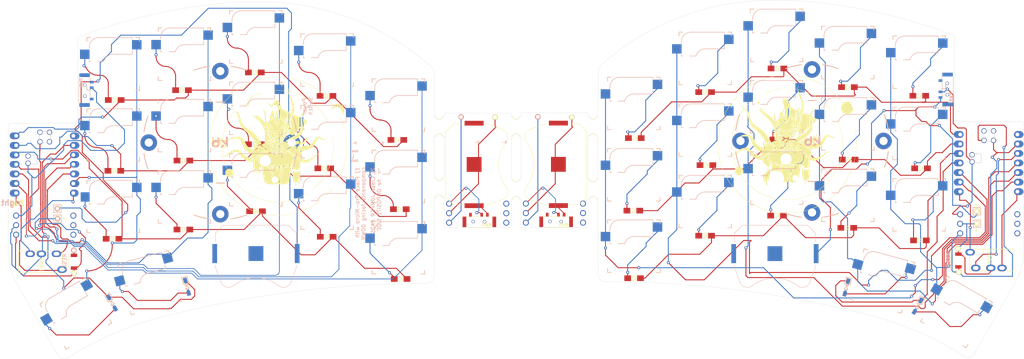
<source format=kicad_pcb>
(kicad_pcb (version 20221018) (generator pcbnew)
  (title_block (title "PUlSO split keyboard") (rev "0.2") (comment 1 "Made by IGOR"))
  (layers (0 "F.Cu" signal) (31 "B.Cu" signal) (34 "B.Paste" user) (35 "F.Paste" user) (36 "B.SilkS" user "B.Silkscreen") (37 "F.SilkS" user "F.Silkscreen") (38 "B.Mask" user) (39 "F.Mask" user) (44 "Edge.Cuts" user))
  (net 0 "")
  (net 1 "ROW0_L")
  (net 2 "Net-(DL1-Pad2)")
  (net 3 "Net-(DL2-Pad2)")
  (net 4 "Net-(DL3-Pad2)")
  (net 5 "Net-(DL4-Pad2)")
  (net 6 "Net-(DL5-Pad2)")
  (net 7 "ROW1_L")
  (net 8 "Net-(DL6-Pad2)")
  (net 9 "Net-(DL7-Pad2)")
  (net 10 "Net-(DL8-Pad2)")
  (net 11 "Net-(DL9-Pad2)")
  (net 12 "Net-(DL10-Pad2)")
  (net 13 "ROW2_L")
  (net 14 "Net-(DL11-Pad2)")
  (net 15 "Net-(DL12-Pad2)")
  (net 16 "Net-(DL13-Pad2)")
  (net 17 "Net-(DL14-Pad2)")
  (net 18 "Net-(DL15-Pad2)")
  (net 19 "ROW3_L")
  (net 20 "Net-(DL18-Pad2)")
  (net 21 "Net-(DL19-Pad2)")
  (net 22 "ROW0_R")
  (net 23 "Net-(DR1-Pad2)")
  (net 24 "Net-(DR2-Pad2)")
  (net 25 "Net-(DR3-Pad2)")
  (net 26 "Net-(DR4-Pad2)")
  (net 27 "Net-(DR5-Pad2)")
  (net 28 "ROW1_R")
  (net 29 "Net-(DR6-Pad2)")
  (net 30 "Net-(DR7-Pad2)")
  (net 31 "Net-(DR8-Pad2)")
  (net 32 "Net-(DR9-Pad2)")
  (net 33 "Net-(DR10-Pad2)")
  (net 34 "ROW2_R")
  (net 35 "Net-(DR11-Pad2)")
  (net 36 "Net-(DR12-Pad2)")
  (net 37 "Net-(DR13-Pad2)")
  (net 38 "Net-(DR14-Pad2)")
  (net 39 "Net-(DR15-Pad2)")
  (net 40 "ROW3_R")
  (net 41 "Net-(DR18-Pad2)")
  (net 42 "Net-(DR19-Pad2)")
  (net 43 "VBAT_L")
  (net 44 "VBAT_R")
  (net 46 "BAT+_L")
  (net 48 "RESET_L")
  (net 49 "GND_L")
  (net 50 "RESET_R")
  (net 51 "COL0_L")
  (net 52 "COL1_L")
  (net 53 "COL2_L")
  (net 54 "COL3_L")
  (net 55 "COL4_L")
  (net 56 "COL0_R")
  (net 57 "COL1_R")
  (net 58 "COL2_R")
  (net 59 "COL3_R")
  (net 60 "COL4_R")
  (net 61 "VCC_L")
  (net 64 "RX_L")
  (net 65 "TX_L")
  (net 69 "BAT+_R")
  (net 70 "RX_R")
  (net 71 "TX_R")
  (net 72 "VCC_R")
  (net 73 "GND_R")
  (footprint "kbd:1pin_conn" (layer "F.Cu") (at 278.384976 102.921946)
    (fp_text reference "Bat+r1" hide)
    (fp_text value "MountingHole_Pad" hide)
  )
  (footprint "Keyswitches by Daprice:Kailh_socket_MX_reversible_sameside" (layer "F.Cu") (at 67.26 76.78)
    (fp_text reference "SW2" hide)
    (fp_text value "SW_Push" hide)
  )
  (footprint "TOTEMlib:Diode_SOD123" (layer "F.Cu") (at 48.575 88.83 180)
    (fp_text reference "DR10" hide)
    (fp_text value "D_Small" hide)
  )
  (footprint "TOTEMlib:Diode_SOD123" (layer "F.Cu") (at 244.209976 85.848879 180)
    (fp_text reference "DL9" hide)
    (fp_text value "D_Small" hide)
  )
  (footprint "Duckyb-Parts:mouse-bite-5mm-slot-with-space-for-track" (layer "F.Cu") (at 155.64475 93.725)
    (fp_text reference "mouse-bite-2mm-slot2" hide)
    (fp_text value "VAL**" hide)
  )
  (footprint "Keyswitches by Daprice:Kailh_socket_MX_reversible_sameside" (layer "F.Cu") (at 262.964976 78.884879)
    (fp_text reference "SW2" hide)
    (fp_text value "SW_Push" hide)
  )
  (footprint "Keyswitches by Daprice:Kailh_socket_MX_reversible_sameside" (layer "F.Cu") (at 253.256976 118.182879 -15)
    (fp_text reference "SW21" hide)
    (fp_text value "SW_Push" hide)
  )
  (footprint "TOTEMlib:Diode_SOD123" (layer "F.Cu") (at 86.325 99.605 180)
    (fp_text reference "DR13" hide)
    (fp_text value "D_Small" hide)
  )
  (footprint "Keyswitches by Daprice:Kailh_socket_MX_reversible_sameside" (layer "F.Cu") (at 262.964976 97.902879)
    (fp_text reference "SW2" hide)
    (fp_text value "SW_Push" hide)
  )
  (footprint "TOTEMlib:MSK12C02" (layer "F.Cu") (at 162.4 103.72 90)
    (fp_text reference "PWR")
    (fp_text value "SW_SPDT" hide)
  )
  (footprint "TOTEMlib:xiao-ble-smd-cutout" (layer "F.Cu") (at 281.534976 86.771853)
    (fp_text reference "U2" hide)
    (fp_text value "xiao-ble" hide)
    (fp_line (start -4.699 -0.7488) (end -4.699 -1.7902) (stroke (width 0.12)) (layer "Edge.Cuts"))
    (fp_line (start -4.0132 -2.476) (end -2.413 -2.476) (stroke (width 0.12)) (layer "Edge.Cuts"))
    (fp_line (start -2.413 -0.063) (end -4.0132 -0.063) (stroke (width 0.12)) (layer "Edge.Cuts"))
    (fp_line (start -2.032 -2.095) (end -2.032 -0.444) (stroke (width 0.12)) (layer "Edge.Cuts"))
    (fp_line (start -1.524 -6.4638) (end -1.524 -8.1402) (stroke (width 0.12)) (layer "Edge.Cuts"))
    (fp_line (start -0.8382 -8.826) (end 0.8382 -8.826) (stroke (width 0.12)) (layer "Edge.Cuts"))
    (fp_line (start -0.8382 -5.778) (end 0.8382 -5.778) (stroke (width 0.12)) (layer "Edge.Cuts"))
    (fp_line (start 1.524 -6.4638) (end 1.524 -8.1402) (stroke (width 0.12)) (layer "Edge.Cuts"))
    (fp_arc (start -4.699 -0.7488) (mid -4.095391 -0.666609) (end -4.0132 -0.063) (stroke (width 0.12)) (layer "Edge.Cuts"))
    (fp_arc (start -4.0132 -2.476) (mid -4.095391 -1.872391) (end -4.699 -1.7902) (stroke (width 0.12)) (layer "Edge.Cuts"))
    (fp_arc (start -2.413 -2.476) (mid -2.143592 -2.364408) (end -2.032 -2.095) (stroke (width 0.12)) (layer "Edge.Cuts"))
    (fp_arc (start -2.032 -0.444) (mid -2.143592 -0.174592) (end -2.413 -0.063) (stroke (width 0.12)) (layer "Edge.Cuts"))
    (fp_arc (start -1.524 -6.4638) (mid -0.920391 -6.381609) (end -0.8382 -5.778) (stroke (width 0.12)) (layer "Edge.Cuts"))
    (fp_arc (start -0.8382 -8.826) (mid -0.920391 -8.222391) (end -1.524 -8.1402) (stroke (width 0.12)) (layer "Edge.Cuts"))
    (fp_arc (start 0.8382 -5.778) (mid 0.920391 -6.381609) (end 1.524 -6.4638) (stroke (width 0.12)) (layer "Edge.Cuts"))
    (fp_arc (start 1.524 -8.1402) (mid 0.920393 -8.222393) (end 0.8382 -8.826) (stroke (width 0.12)) (layer "Edge.Cuts"))
  )
  (footprint "TOTEMlib:Diode_SOD123" (layer "F.Cu") (at 104.5 88.18 180)
    (fp_text reference "DR7" hide)
    (fp_text value "D_Small" hide)
  )
  (footprint "Keyswitches by Daprice:Kailh_socket_MX_reversible_sameside" (layer "F.Cu") (at 243.984976 76.344879)
    (fp_text reference "SW2" hide)
    (fp_text value "SW_Push" hide)
  )
  (footprint "Keyswitches by Daprice:Kailh_socket_MX_reversible_sameside" (layer "F.Cu") (at 86.26 91.226)
    (fp_text reference "SW2" hide)
    (fp_text value "SW_Push" hide)
  )
  (footprint "TOTEMlib:Diode_SOD123" (layer "F.Cu") (at 48.675 69.98 180)
    (fp_text reference "DR5" hide)
    (fp_text value "D_Small" hide)
  )
  (footprint "Keyswitches by Daprice:Kailh_socket_MX_reversible_sameside" (layer "F.Cu") (at 262.984976 59.894879)
    (fp_text reference "SW2" hide)
    (fp_text value "SW_Push" hide)
  )
  (footprint "TOTEMlib:Diode_SOD123" (layer "F.Cu") (at 263.009976 68.848879 180)
    (fp_text reference "DL5" hide)
    (fp_text value "D_Small" hide)
  )
  (footprint "swoop:ProMicro_jumpers" (layer "F.Cu") (at 145.375 88.7)
    (fp_text reference "U1" hide)
    (fp_text value "ProMicro" hide)
  )
  (footprint "TOTEMlib:Diode_SOD123" (layer "F.Cu") (at 86 81.755 180)
    (fp_text reference "DR8" hide)
    (fp_text value "D_Small" hide)
  )
  (footprint "Keyswitches by Daprice:Kailh_socket_MX_reversible_sameside" (layer "F.Cu") (at 48.26 60.33)
    (fp_text reference "SW2" hide)
    (fp_text value "SW_Push" hide)
  )
  (footprint "Keyswitches by Daprice:Kailh_socket_MX_reversible_sameside" (layer "F.Cu") (at 67.26 95.798)
    (fp_text reference "SW2" hide)
    (fp_text value "SW_Push" hide)
  )
  (footprint "Keyswitches by Daprice:Kailh_socket_MX_reversible_sameside" (layer "F.Cu") (at 243.984976 95.362879)
    (fp_text reference "SW2" hide)
    (fp_text value "SW_Push" hide)
  )
  (footprint "Keyswitches by Daprice:Kailh_socket_MX_reversible_sameside" (layer "F.Cu") (at 124.26 90.33)
    (fp_text reference "SW2" hide)
    (fp_text value "SW_Push" hide)
  )
  (footprint "LOGO" (layer "F.Cu") (at 91.783066 82.122502)
    (fp_text reference "G***")
    (fp_text value "LOGO" hide)
  )
  (footprint "pierce:BatteryHolder_Keystone_3034_1x20mm" (layer "F.Cu") (at 144.425 87.14 90)
    (fp_text reference "BT1" hide)
    (fp_text value "Device_Battery_Cell" hide)
  )
  (footprint "Keyswitches by Daprice:Kailh_socket_MX_reversible_sameside" (layer "F.Cu") (at 224.984976 71.772879)
    (fp_text reference "SW2" hide)
    (fp_text value "SW_Push" hide)
  )
  (footprint "kbd:Tenting_Puck2" (layer "F.Cu") (at 234.440976 80.889879)
    (fp_text reference "REF**")
    (fp_text value "Tenting Puck")
  )
  (footprint "Keyswitches by Daprice:Kailh_socket_MX_reversible_sameside" (layer "F.Cu") (at 272.934976 126.398879 -30)
    (fp_text reference "SW20" hide)
    (fp_text value "SW_Push" hide)
  )
  (footprint "Keyswitches by Daprice:Kailh_socket_MX_reversible_sameside" (layer "F.Cu") (at 186.984976 108.894879)
    (fp_text reference "SW2" hide)
    (fp_text value "SW_Push" hide)
  )
  (footprint "Duckyb-Parts:mouse-bite-5mm-slot-with-space-for-track" (layer "F.Cu") (at 176.09475 93.7)
    (fp_text reference "mouse-bite-2mm-slot2" hide)
    (fp_text value "VAL**" hide)
  )
  (footprint "TOTEMlib:Diode_SOD123" (layer "F.Cu") (at 206.309976 87.323879 180)
    (fp_text reference "DL7" hide)
    (fp_text value "D_Small" hide)
  )
  (footprint "Keyswitches by Daprice:Kailh_socket_MX_reversible_sameside" (layer "F.Cu") (at 67.266 57.762)
    (fp_text reference "SW2" hide)
    (fp_text value "SW_Push" hide)
  )
  (footprint "Keyswitches by Daprice:Kailh_socket_MX_reversible_sameside" (layer "F.Cu") (at 86.26 72.208)
    (fp_text reference "SW2" hide)
    (fp_text value "SW_Push" hide)
  )
  (footprint "TOTEMlib:Diode_SOD123" (layer "F.Cu") (at 225.709976 80.498879 180)
    (fp_text reference "DL8" hide)
    (fp_text value "D_Small" hide)
  )
  (footprint "swoop:ProMicro_jumpers" (layer "F.Cu") (at 281.509976 91.521946)
    (fp_text reference "U1" hide)
    (fp_text value "ProMicro" hide)
  )
  (footprint "Duckyb-Parts:mouse-bite-5mm-slot-with-space-for-track" (layer "F.Cu") (at 155.65 77.025)
    (fp_text reference "mouse-bite-2mm-slot2" hide)
    (fp_text value "VAL**" hide)
  )
  (footprint "TOTEMlib:MJ-4PP-9_1side" (layer "F.Cu") (at 22.854 113.05 90)
    (fp_text reference "J2")
    (fp_text value "MJ-4PP-9" hide)
  )
  (footprint "Duckyb-Parts:mouse-bite-5mm-slot-with-space-for-track" (layer "F.Cu") (at 135.15 77.05)
    (fp_text reference "mouse-bite-2mm-slot2" hide)
    (fp_text value "VAL**" hide)
  )
  (footprint "TOTEMlib:MSK12C02" (layer "F.Cu") (at 141.95 103.745 90)
    (fp_text reference "PWR")
    (fp_text value "SW_SPDT" hide)
  )
  (footprint "TOTEMlib:Diode_SOD123" (layer "F.Cu") (at 243.834976 104.023879 180)
    (fp_text reference "DL14" hide)
    (fp_text value "D_Small" hide)
  )
  (footprint "* duckyb-collection:SMD_Diode_Tiny" (layer "F.Cu") (at 262.597476 124.886074 -120)
    (fp_text reference "D17" hide)
    (fp_text value "diode" hide)
  )
  (footprint "MountingHole:MountingHole_3.2mm_M3" (layer "F.Cu") (at 199.388976 107.432879)
    (fp_text reference "Mounting 03" hide)
    (fp_text value "MountingHole_3.2mm_M3")
  )
  (footprint "Keyswitches by Daprice:Kailh_socket_MX_reversible_sameside" (layer "F.Cu") (at 105.26 59.33)
    (fp_text reference "SW2" hide)
    (fp_text value "SW_Push" hide)
  )
  (footprint "TOTEMlib:Diode_SOD123" (layer "F.Cu") (at 48.1 106.955 180)
    (fp_text reference "DR15" hide)
    (fp_text value "D_Small" hide)
  )
  (footprint "TOTEMlib:MJ-4PP-9_1side" (layer "F.Cu") (at 288.359976 112.628879 -90)
    (fp_text reference "J1")
    (fp_text value "MJ-4PP-9" hide)
  )
  (footprint "kbd:SW_SPST_B3U-1000P" (layer "F.Cu") (at 37.829 113.05 -90)
    (fp_text reference "RST_B" hide)
    (fp_text value "SW_Push")
  )
  (footprint "* duckyb-collection:SMD_Diode_Tiny" (layer "F.Cu") (at 67.925 119.705 -75)
    (fp_text reference "D34" hide)
    (fp_text value "diode" hide)
  )
  (footprint "Keyswitches by Daprice:Kailh_socket_MX_reversible_sameside" (layer "F.Cu") (at 124.26 109.33)
    (fp_text reference "SW2" hide)
    (fp_text value "SW_Push" hide)
  )
  (footprint "TOTEMlib:Diode_SOD123" (layer "F.Cu") (at 124.625 99.055 180)
    (fp_text reference "DR6" hide)
    (fp_text value "D_Small" hide)
  )
  (footprint "TOTEMlib:Diode_SOD123" (layer "F.Cu") (at 105.15 106.405 180)
    (fp_text reference "DR12" hide)
    (fp_text value "D_Small" hide)
  )
  (footprint "TOTEMlib:Diode_SOD123" (layer "F.Cu") (at 123.975 80.605 180)
    (fp_text reference "DR1" hide)
    (fp_text value "D_Small" hide)
  )
  (footprint "Keyswitches by Daprice:Kailh_socket_MX_reversible_sameside" (layer "F.Cu") (at 205.984976 58.894879)
    (fp_text reference "SW2" hide)
    (fp_text value "SW_Push" hide)
  )
  (footprint "TOTEMlib:Diode_SOD123" (layer "F.Cu") (at 205.959976 106.123879 180)
    (fp_text reference "DL12" hide)
    (fp_text value "D_Small" hide)
  )
  (footprint "Keyswitches by Daprice:Kailh_socket_MX_reversible_sameside" (layer "F.Cu") (at 224.984976 52.754879)
    (fp_text reference "SW2" hide)
    (fp_text value "SW_Push" hide)
  )
  (footprint "Keyswitches by Daprice:Kailh_socket_MX_reversible_sameside" (layer "F.Cu") (at 105.26 78.404)
    (fp_text reference "SW2" hide)
    (fp_text value "SW_Push" hide)
  )
  (footprint "" (layer "F.Cu") (at 170.45 74.535 -90)
    (fp_text reference "")
    (fp_text value "")
  )
  (footprint "MountingHole:MountingHole_3.2mm_M3" (layer "F.Cu") (at 194.181976 60.188879)
    (fp_text reference "Mounting 04" hide)
    (fp_text value ".")
  )
  (footprint "Keyswitches by Daprice:Kailh_socket_MX_reversible_sameside" (layer "F.Cu") (at 48.28 79.32)
    (fp_text reference "SW2" hide)
    (fp_text value "SW_Push" hide)
  )
  (footprint "MountingHole:MountingHole_3.2mm_M3" (layer "F.Cu") (at 254.760976 50.282879)
    (fp_text reference "Mounting 01" hide)
    (fp_text value "MountingHole_3.2mm_M3")
  )
  (footprint "" (layer "F.Cu") (at 273.534976 115.798879)
    (fp_text reference "")
    (fp_text value "")
  )
  (footprint "" (layer "F.Cu") (at 150 74.56 -90)
    (fp_text reference "")
    (fp_text value "")
  )
  (footprint "* duckyb-collection:SMD_Diode_Tiny" (layer "F.Cu") (at 243.629074 119.904782 -105)
    (fp_text reference "D16" hide)
    (fp_text value "diode" hide)
  )
  (footprint "TOTEMlib:Diode_SOD123" (layer "F.Cu") (at 225.234976 61.573879 180)
    (fp_text reference "DL3" hide)
    (fp_text value "D_Small" hide)
  )
  (footprint "kbd:SW_SPST_B3U-1000P" (layer "F.Cu") (at 273.434976 112.723879 -90)
    (fp_text reference "RST_B" hide)
    (fp_text value "SW_Push")
  )
  (footprint "TOTEMlib:Diode_SOD123" (layer "F.Cu") (at 225.134976 100.773879 180)
    (fp_text reference "DL13" hide)
    (fp_text value "D_Small" hide)
  )
  (footprint "Keyswitches by Daprice:Kailh_socket_MX_reversible_sameside" (layer "F.Cu") (at 48.28 98.338)
    (fp_text reference "SW2" hide)
    (fp_text value "SW_Push" hide)
  )
  (footprint "TOTEMlib:Diode_SOD123" (layer "F.Cu") (at 124.85 117.655 180)
    (fp_text reference "DR11" hide)
    (fp_text value "D_Small" hide)
  )
  (footprint "LOGO" (layer "F.Cu") (at 227.482976 81.594879)
    (fp_text reference "G***")
    (fp_text value "LOGO" hide)
  )
  (footprint "pierce:BatteryHolder_Keystone_3034_1x20mm" (layer "F.Cu") (at 166.878 87.115 -90)
    (fp_text reference "BT1" hide)
    (fp_text value "Device_Battery_Cell" hide)
  )
  (footprint "TOTEMlib:Diode_SOD123" (layer "F.Cu") (at 187.234976 80.123879 180)
    (fp_text reference "DL1" hide)
    (fp_text value "D_Small" hide)
  )
  (footprint "* duckyb-collection:SMD_Diode_Tiny" (layer "F.Cu") (at 47.9375 124.042805 -60)
    (fp_text reference "D33" hide)
    (fp_text value "diode" hide)
  )
  (footprint "Keyswitches by Daprice:Kailh_socket_MX_reversible_sameside" (layer "F.Cu") (at 186.984976 70.894879)
    (fp_text reference "SW2" hide)
    (fp_text value "SW_Push" hide)
  )
  (footprint "swoop:ProMicro_jumpers" (layer "F.Cu") (at 30.036992 91.889062)
    (fp_text reference "U1" hide)
    (fp_text value "ProMicro" hide)
  )
  (footprint "TOTEMlib:Diode_SOD123" (layer "F.Cu") (at 205.959976 67.873879 180)
    (fp_text reference "DL2" hide)
    (fp_text value "D_Small" hide)
  )
  (footprint "TOTEMlib:Diode_SOD123" (layer "F.Cu") (at 263.484976 88.173879 180)
    (fp_text reference "DL10" hide)
    (fp_text value "D_Small" hide)
  )
  (footprint "TOTEMlib:Diode_SOD123" (layer "F.Cu") (at 263.184976 107.373879 180)
    (fp_text reference "DL15" hide)
    (fp_text value "D_Small" hide)
  )
  (footprint "Keyswitches by Daprice:Kailh_socket_MX_reversible_sameside" (layer "F.Cu") (at 124.26 71.33)
    (fp_text reference "SW2" hide)
    (fp_text value "SW_Push" hide)
  )
  (footprint "TOTEMlib:Diode_SOD123" (layer "F.Cu") (at 186.834976 99.448879 180)
    (fp_text reference "DL6" hide)
    (fp_text value "D_Small" hide)
  )
  (footprint "Keyswitches by Daprice:Kailh_socket_MX_reversible_sameside" (layer "F.Cu") (at 86.26 53.19)
    (fp_text reference "SW2" hide)
    (fp_text value "SW_Push" hide)
  )
  (footprint "TOTEMlib:Diode_SOD123" (layer "F.Cu") (at 86 62.63 180)
    (fp_text reference "DR3" hide)
    (fp_text value "D_Small" hide)
  )
  (footprint "TOTEMlib:Diode_SOD123" (layer "F.Cu") (at 66.975 104.48 180)
    (fp_text reference "DR14" hide)
    (fp_text value "D_Small" hide)
  )
  (footprint "swoop:ProMicro_jumpers" (layer "F.Cu") (at 165.825 88.675)
    (fp_text reference "U1" hide)
    (fp_text value "ProMicro" hide)
  )
  (footprint "Keyswitches by Daprice:Kailh_socket_MX_reversible_sameside" (layer "F.Cu") (at 205.992976 97.018879)
    (fp_text reference "SW2" hide)
    (fp_text value "SW_Push" hide)
  )
  (footprint "Keyswitches by Daprice:Kailh_socket_MX_reversible_sameside" (layer "F.Cu") (at 205.984976 77.968879)
    (fp_text reference "SW2" hide)
    (fp_text value "SW_Push" hide)
  )
  (footprint "" (layer "F.Cu") (at 37.854 116.025)
    (fp_text reference "")
    (fp_text value "")
  )
  (footprint "TOTEMlib:Diode_SOD123" (layer "F.Cu") (at 244.009976 66.548879 180)
    (fp_text reference "DL4" hide)
    (fp_text value "D_Small" hide)
  )
  (footprint "" (layer "F.Cu") (at 273.309976 109.573879)
    (fp_text reference "")
    (fp_text value "")
  )
  (footprint "Duckyb-Parts:mouse-bite-5mm-slot-with-space-for-track" (layer "F.Cu") (at 176.1 77)
    (fp_text reference "mouse-bite-2mm-slot2" hide)
    (fp_text value "VAL**" hide)
  )
  (footprint "Duckyb-Parts:mouse-bite-5mm-slot-with-space-for-track" (layer "F.Cu") (at 135.125 93.35)
    (fp_text reference "mouse-bite-2mm-slot2" hide)
    (fp_text value "VAL**" hide)
  )
  (footprint "kbd:1pin_conn" (layer "F.Cu") (at 278.325 99.625)
    (fp_text reference "BatGND1" hide)
    (fp_text value "MountingHole_Pad" hide)
  )
  (footprint "TOTEMlib:Diode_SOD123" (layer "F.Cu") (at 66.6 67.355 180)
    (fp_text reference "DR4" hide)
    (fp_text value "D_Small" hide)
  )
  (footprint "Keyswitches by Daprice:Kailh_socket_MX_reversible_sameside" (layer "F.Cu") (at 186.984976 89.894879)
    (fp_text reference "SW2" hide)
    (fp_text value "SW_Push" hide)
  )
  (footprint "TOTEMlib:Diode_SOD123" (layer "F.Cu") (at 105.1 68.88 180)
    (fp_text reference "DR2" hide)
    (fp_text value "D_Small" hide)
  )
  (footprint "MountingHole:MountingHole_3.2mm_M3" (layer "F.Cu") (at 281.176976 119.116879)
    (fp_text reference "Mounting 02" hide)
    (fp_text value "MountingHole_3.2mm_M3")
  )
  (footprint "Keyswitches by Daprice:Kailh_socket_MX_reversible_sameside" (layer "F.Cu") (at 224.984976 90.790879)
    (fp_text reference "SW2" hide)
    (fp_text value "SW_Push" hide)
  )
  (footprint "Keyswitches by Daprice:Kailh_socket_MX_reversible_sameside" (layer "F.Cu") (at 243.978976 57.326879)
    (fp_text reference "SW2" hide)
    (fp_text value "SW_Push" hide)
  )
  (footprint "TOTEMlib:xiao-ble-smd-cutout" (layer "F.Cu") (at 30.036992 87.138969)
    (fp_text reference "U2" hide)
    (fp_text value "xiao-ble" hide)
    (fp_line (start -4.699 -0.7488) (end -4.699 -1.7902) (stroke (width 0.12)) (layer "Edge.Cuts"))
    (fp_line (start -4.0132 -2.476) (end -2.413 -2.476) (stroke (width 0.12)) (layer "Edge.Cuts"))
    (fp_line (start -2.413 -0.063) (end -4.0132 -0.063) (stroke (width 0.12)) (layer "Edge.Cuts"))
    (fp_line (start -2.032 -2.095) (end -2.032 -0.444) (stroke (width 0.12)) (layer "Edge.Cuts"))
    (fp_line (start -1.524 -6.4638) (end -1.524 -8.1402) (stroke (width 0.12)) (layer "Edge.Cuts"))
    (fp_line (start -0.8382 -8.826) (end 0.8382 -8.826) (stroke (width 0.12)) (layer "Edge.Cuts"))
    (fp_line (start -0.8382 -5.778) (end 0.8382 -5.778) (stroke (width 0.12)) (layer "Edge.Cuts"))
    (fp_line (start 1.524 -6.4638) (end 1.524 -8.1402) (stroke (width 0.12)) (layer "Edge.Cuts"))
    (fp_arc (start -4.699 -0.7488) (mid -4.095391 -0.666609) (end -4.0132 -0.063) (stroke (width 0.12)) (layer "Edge.Cuts"))
    (fp_arc (start -4.0132 -2.476) (mid -4.095391 -1.872391) (end -4.699 -1.7902) (stroke (width 0.12)) (layer "Edge.Cuts"))
    (fp_arc (start -2.413 -2.476) (mid -2.143592 -2.364408) (end -2.032 -2.095) (stroke (width 0.12)) (layer "Edge.Cuts"))
    (fp_arc (start -2.032 -0.444) (mid -2.143592 -0.174592) (end -2.413 -0.063) (stroke (width 0.12)) (layer "Edge.Cuts"))
    (fp_arc (start -1.524 -6.4638) (mid -0.920391 -6.381609) (end -0.8382 -5.778) (stroke (width 0.12)) (layer "Edge.Cuts"))
    (fp_arc (start -0.8382 -8.826) (mid -0.920391 -8.222391) (end -1.524 -8.1402) (stroke (width 0.12)) (layer "Edge.Cuts"))
    (fp_arc (start 0.8382 -5.778) (mid 0.920391 -6.381609) (end 1.524 -6.4638) (stroke (width 0.12)) (layer "Edge.Cuts"))
    (fp_arc (start 1.524 -8.1402) (mid 0.920393 -8.222393) (end 0.8382 -8.826) (stroke (width 0.12)) (layer "Edge.Cuts"))
  )
  (footprint "Keyswitches by Daprice:Kailh_socket_MX_reversible_sameside" (layer "F.Cu") (at 105.252 97.454)
    (fp_text reference "SW2" hide)
    (fp_text value "SW_Push" hide)
  )
  (footprint "TOTEMlib:Diode_SOD123" (layer "F.Cu") (at 187.034976 117.448879 180)
    (fp_text reference "DL11" hide)
    (fp_text value "D_Small" hide)
  )
  (footprint "TOTEMlib:Diode_SOD123" (layer "F.Cu") (at 66.975 86.105 180)
    (fp_text reference "DR9" hide)
    (fp_text value "D_Small" hide)
  )
  (footprint "MountingHole:MountingHole_3.2mm_M3" (layer "B.Cu") (at 117.063 60.624 180)
    (fp_text reference "Mounting 04" hide)
    (fp_text value ".")
  )
  (footprint "MountingHole:MountingHole_3.2mm_M3" (layer "B.Cu") (at 111.856 107.868 180)
    (fp_text reference "Mounting 03" hide)
    (fp_text value "MountingHole_3.2mm_M3")
  )
  (footprint "TOTEMlib:MSK12C02" (layer "B.Cu") (at 271.859976 63.298879 180)
    (fp_text reference "PWR")
    (fp_text value "SW_SPDT" hide)
  )
  (footprint "" (layer "B.Cu") (at 37.779 110.025 180)
    (fp_text reference "")
    (fp_text value "")
  )
  (footprint "Keyswitches by Daprice:Kailh_socket_MX_reversible_sameside" (layer "B.Cu") (at 38.31 126.834 -150)
    (fp_text reference "SW20" hide)
    (fp_text value "SW_Push" hide)
  )
  (footprint "pierce:BatteryHolder_Keystone_3034_1x20mm" (layer "B.Cu") (at 224.559976 110.898879 180)
    (fp_text reference "BT1" hide)
    (fp_text value "Device_Battery_Cell" hide)
  )
  (footprint "TOTEMlib:MSK12C02" (layer "B.Cu") (at 39.35 71.205)
    (fp_text reference "PWR")
    (fp_text value "SW_SPDT" hide)
  )
  (footprint "kbd:1pin_conn" (layer "B.Cu") (at 33.4 98.9 180)
    (fp_text reference "BatGND1" hide)
    (fp_text value "MountingHole_Pad" hide)
  )
  (footprint "" (layer "B.Cu") (at 161.4 74.45 90)
    (fp_text reference "")
    (fp_text value "")
  )
  (footprint "kbd:1pin_conn" (layer "B.Cu") (at 33.45 101.6 180)
    (fp_text reference "Bat+r1" hide)
    (fp_text value "MountingHole_Pad" hide)
  )
  (footprint "MountingHole:MountingHole_3.2mm_M3" (layer "B.Cu") (at 30.068 119.552 180)
    (fp_text reference "Mounting 02" hide)
    (fp_text value "MountingHole_3.2mm_M3")
  )
  (footprint "MountingHole:MountingHole_3.2mm_M3" (layer "B.Cu") (at 56.484 50.718 180)
    (fp_text reference "Mounting 01" hide)
    (fp_text value "MountingHole_3.2mm_M3")
  )
  (footprint "kbd:Tenting_Puck2" (layer "B.Cu") (at 76.804 81.325 180)
    (fp_text reference "REF**")
    (fp_text value "Tenting Puck")
  )
  (footprint "Keyswitches by Daprice:Kailh_socket_MX_reversible_sameside" (layer "B.Cu") (at 57.988 118.618 -165)
    (fp_text reference "SW21" hide)
    (fp_text value "SW_Push" hide)
  )
  (footprint "pierce:BatteryHolder_Keystone_3034_1x20mm" (layer "B.Cu") (at 86.3 110.88 180)
    (fp_text reference "BT1" hide)
    (fp_text value "Device_Battery_Cell" hide)
  )
  (footprint "" (layer "B.Cu") (at 140.95 74.475 90)
    (fp_text reference "")
    (fp_text value "")
  )
  (gr_line (start 156.925 96.25) (end 156.925 103.925) (stroke (width 0.05)) (layer "Edge.Cuts"))
  (gr_arc (start 273.442976 75.763796) (mid 272.735887 75.4709) (end 272.442976 74.763796) (stroke (width 0.05)) (layer "Edge.Cuts"))
  (gr_line (start 174.75 91.15) (end 174.75525 79.53512) (stroke (width 0.05)) (layer "Edge.Cuts"))
  (gr_line (start 175.150252 91.149999) (end 174.75 91.15) (stroke (width 0.05)) (layer "Edge.Cuts"))
  (gr_line (start 154.30525 74.48012) (end 154.3 73.45) (stroke (width 0.05)) (layer "Edge.Cuts"))
  (gr_line (start 175.147526 74.45512) (end 174.75525 74.45512) (stroke (width 0.05)) (layer "Edge.Cuts"))
  (gr_arc (start 36.282 138.628) (mid 48.43878 132.171212) (end 61.462293 127.714137) (stroke (width 0.05)) (layer "Edge.Cuts"))
  (gr_line (start 20.336 110.578) (end 20.348 108.0585) (stroke (width 0.05)) (layer "Edge.Cuts"))
  (gr_arc (start 134.197532 79.59481) (mid 135.150031 78.950006) (end 136.10253 79.594811) (stroke (width 0.05)) (layer "Edge.Cuts"))
  (gr_arc (start 290.146976 75.760879) (mid 290.677294 75.980551) (end 290.896976 76.510879) (stroke (width 0.05)) (layer "Edge.Cuts"))
  (gr_arc (start 132.367 60.553) (mid 133.237249 61.449151) (end 133.794141 62.56732) (stroke (width 0.05)) (layer "Edge.Cuts"))
  (gr_line (start 136.475 103.95) (end 154.3 103.95) (stroke (width 0.05)) (layer "Edge.Cuts"))
  (gr_line (start 136.475 95.875) (end 136.475 103.95) (stroke (width 0.05)) (layer "Edge.Cuts"))
  (gr_arc (start 249.782683 127.279016) (mid 262.8062 131.736083) (end 274.962976 138.192879) (stroke (width 0.05)) (layer "Edge.Cuts"))
  (gr_line (start 136.475 74.51481) (end 136.475 73.45) (stroke (width 0.05)) (layer "Edge.Cuts"))
  (gr_line (start 133.801999 116.872999) (end 133.783031 110.169827) (stroke (width 0.05)) (layer "Edge.Cuts"))
  (gr_line (start 136.10253 79.594811) (end 136.475 79.6) (stroke (width 0.05)) (layer "Edge.Cuts"))
  (gr_arc (start 178.877976 60.117879) (mid 199.85568 47.687671) (end 223.852976 43.362879) (stroke (width 0.05)) (layer "Edge.Cuts"))
  (gr_line (start 174.75525 74.45512) (end 174.75 73.425) (stroke (width 0.05)) (layer "Edge.Cuts"))
  (gr_line (start 290.896976 76.510879) (end 290.896976 107.623379) (stroke (width 0.05)) (layer "Edge.Cuts"))
  (gr_arc (start 38.802 75.198917) (mid 38.509123 75.906056) (end 37.802 76.198917) (stroke (width 0.05)) (layer "Edge.Cuts"))
  (gr_line (start 179.752976 118.36945) (end 179.477978 118.368796) (stroke (width 0.05)) (layer "Edge.Cuts"))
  (gr_arc (start 87.392 43.798) (mid 111.389292 48.122802) (end 132.367 60.553) (stroke (width 0.05)) (layer "Edge.Cuts"))
  (gr_arc (start 38.797 53.803) (mid 38.914952 53.399212) (end 39.231755 53.12247) (stroke (width 0.05)) (layer "Edge.Cuts"))
  (gr_arc (start 290.908976 110.142879) (mid 290.447799 113.926193) (end 289.146655 117.508536) (stroke (width 0.05)) (layer "Edge.Cuts"))
  (gr_line (start 83.416773 43.793504) (end 87.392 43.798) (stroke (width 0.05)) (layer "Edge.Cuts"))
  (gr_line (start 154.697526 74.48012) (end 154.30525 74.48012) (stroke (width 0.05)) (layer "Edge.Cuts"))
  (gr_line (start 174.75 96.23) (end 174.75 103.925) (stroke (width 0.05)) (layer "Edge.Cuts"))
  (gr_line (start 134.194756 90.789809) (end 133.805256 90.789809) (stroke (width 0.05)) (layer "Edge.Cuts"))
  (gr_line (start 175.147526 79.535121) (end 174.75525 79.53512) (stroke (width 0.05)) (layer "Edge.Cuts"))
  (gr_line (start 136.475 90.78981) (end 136.10253 90.78981) (stroke (width 0.05)) (layer "Edge.Cuts"))
  (gr_arc (start 154.700252 96.255) (mid 155.652727 95.610185) (end 156.60525 96.255001) (stroke (width 0.05)) (layer "Edge.Cuts"))
  (gr_arc (start 36.282 138.628) (mid 34.791 138.89898) (end 33.55 138.029265) (stroke (width 0.05)) (layer "Edge.Cuts"))
  (gr_line (start 154.700252 96.255) (end 154.3 96.255) (stroke (width 0.05)) (layer "Edge.Cuts"))
  (gr_arc (start 277.694976 137.594144) (mid 276.45397 138.463845) (end 274.962976 138.192879) (stroke (width 0.05)) (layer "Edge.Cuts"))
  (gr_line (start 290.896976 107.623379) (end 290.908976 110.142879) (stroke (width 0.05)) (layer "Edge.Cuts"))
  (gr_arc (start 136.10253 90.78981) (mid 135.150031 91.434689) (end 134.197532 90.789809) (stroke (width 0.05)) (layer "Edge.Cuts"))
  (gr_arc (start 136.10253 74.51481) (mid 135.150031 75.159689) (end 134.197532 74.514809) (stroke (width 0.05)) (layer "Edge.Cuts"))
  (gr_line (start 133.783031 70.57481) (end 133.805256 74.514809) (stroke (width 0.05)) (layer "Edge.Cuts"))
  (gr_line (start 289.146655 117.508536) (end 277.694976 137.594144) (stroke (width 0.05)) (layer "Edge.Cuts"))
  (gr_arc (start 227.828203 43.358383) (mid 250.288619 46.280336) (end 272.013221 52.687349) (stroke (width 0.05)) (layer "Edge.Cuts"))
  (gr_line (start 134.194756 79.594809) (end 133.805256 79.594809) (stroke (width 0.05)) (layer "Edge.Cuts"))
  (gr_arc (start 272.013221 52.687349) (mid 272.329998 52.964108) (end 272.447976 53.367879) (stroke (width 0.05)) (layer "Edge.Cuts"))
  (gr_line (start 177.425 74.45) (end 177.450835 62.132199) (stroke (width 0.05)) (layer "Edge.Cuts"))
  (gr_line (start 21.098 76.196) (end 37.802 76.198917) (stroke (width 0.05)) (layer "Edge.Cuts"))
  (gr_line (start 134.194756 74.514809) (end 133.805256 74.514809) (stroke (width 0.05)) (layer "Edge.Cuts"))
  (gr_line (start 136.475 73.45) (end 154.3 73.45) (stroke (width 0.05)) (layer "Edge.Cuts"))
  (gr_line (start 227.828203 43.358383) (end 223.852976 43.362879) (stroke (width 0.05)) (layer "Edge.Cuts"))
  (gr_line (start 154.697526 79.560121) (end 154.30525 79.56012) (stroke (width 0.05)) (layer "Edge.Cuts"))
  (gr_line (start 177.40797 79.53519) (end 177.427726 91.144879) (stroke (width 0.05)) (layer "Edge.Cuts"))
  (gr_arc (start 156.602524 74.480121) (mid 155.65 75.125) (end 154.697526 74.48012) (stroke (width 0.05)) (layer "Edge.Cuts"))
  (gr_line (start 154.3 91.175) (end 154.30525 79.56012) (stroke (width 0.05)) (layer "Edge.Cuts"))
  (gr_arc (start 175.150252 96.23) (mid 176.102751 95.585185) (end 177.05525 96.230001) (stroke (width 0.05)) (layer "Edge.Cuts"))
  (gr_line (start 133.805256 90.789809) (end 133.805256 79.594809) (stroke (width 0.05)) (layer "Edge.Cuts"))
  (gr_line (start 38.797 53.803) (end 38.802 75.198917) (stroke (width 0.05)) (layer "Edge.Cuts"))
  (gr_arc (start 177.450835 62.132199) (mid 178.007711 61.01402) (end 178.877976 60.117879) (stroke (width 0.05)) (layer "Edge.Cuts"))
  (gr_line (start 156.925 103.925) (end 174.75 103.925) (stroke (width 0.05)) (layer "Edge.Cuts"))
  (gr_line (start 156.925 91.175) (end 156.60525 91.175) (stroke (width 0.05)) (layer "Edge.Cuts"))
  (gr_arc (start 177.052524 74.455121) (mid 176.100025 75.1) (end 175.147526 74.45512) (stroke (width 0.05)) (layer "Edge.Cuts"))
  (gr_line (start 177.427726 91.144879) (end 177.05525 91.15) (stroke (width 0.05)) (layer "Edge.Cuts"))
  (gr_line (start 273.442976 75.763796) (end 290.146976 75.760879) (stroke (width 0.05)) (layer "Edge.Cuts"))
  (gr_line (start 156.925 79.575) (end 156.925 91.175) (stroke (width 0.05)) (layer "Edge.Cuts"))
  (gr_line (start 133.8 95.869809) (end 133.783031 110.169827) (stroke (width 0.05)) (layer "Edge.Cuts"))
  (gr_line (start 156.60525 96.255001) (end 156.925 96.25) (stroke (width 0.05)) (layer "Edge.Cuts"))
  (gr_arc (start 179.752976 118.36945) (mid 215.047853 120.623234) (end 249.782683 127.279016) (stroke (width 0.05)) (layer "Edge.Cuts"))
  (gr_arc (start 177.05525 91.15) (mid 176.102751 91.794868) (end 175.150252 91.149999) (stroke (width 0.05)) (layer "Edge.Cuts"))
  (gr_line (start 177.052524 74.455121) (end 177.425 74.45) (stroke (width 0.05)) (layer "Edge.Cuts"))
  (gr_line (start 156.925 74.48981) (end 156.925 73.425) (stroke (width 0.05)) (layer "Edge.Cuts"))
  (gr_line (start 136.475 74.51481) (end 136.10253 74.51481) (stroke (width 0.05)) (layer "Edge.Cuts"))
  (gr_line (start 20.348 108.0585) (end 20.348 76.946) (stroke (width 0.05)) (layer "Edge.Cuts"))
  (gr_arc (start 134.194756 95.869809) (mid 135.148643 95.224061) (end 136.10253 95.869811) (stroke (width 0.05)) (layer "Edge.Cuts"))
  (gr_line (start 133.783031 70.57481) (end 133.794141 62.56732) (stroke (width 0.05)) (layer "Edge.Cuts"))
  (gr_arc (start 22.098321 117.943657) (mid 20.79716 114.361318) (end 20.336 110.578) (stroke (width 0.05)) (layer "Edge.Cuts"))
  (gr_line (start 33.55 138.029265) (end 22.098321 117.943657) (stroke (width 0.05)) (layer "Edge.Cuts"))
  (gr_line (start 177.430446 96.230052) (end 177.05525 96.230001) (stroke (width 0.05)) (layer "Edge.Cuts"))
  (gr_line (start 134.194756 95.869809) (end 133.8 95.869809) (stroke (width 0.05)) (layer "Edge.Cuts"))
  (gr_arc (start 61.462293 127.714137) (mid 96.197124 121.058359) (end 131.492 118.804571) (stroke (width 0.05)) (layer "Edge.Cuts"))
  (gr_line (start 154.700252 91.174999) (end 154.3 91.175) (stroke (width 0.05)) (layer "Edge.Cuts"))
  (gr_arc (start 20.348 76.946) (mid 20.567657 76.415648) (end 21.098 76.196) (stroke (width 0.05)) (layer "Edge.Cuts"))
  (gr_line (start 177.052524 79.535122) (end 177.40797 79.53519) (stroke (width 0.05)) (layer "Edge.Cuts"))
  (gr_arc (start 179.477978 118.368796) (mid 178.065499 117.819597) (end 177.442977 116.437878) (stroke (width 0.05)) (layer "Edge.Cuts"))
  (gr_arc (start 154.697526 79.560121) (mid 155.650025 78.915265) (end 156.602524 79.560122) (stroke (width 0.05)) (layer "Edge.Cuts"))
  (gr_line (start 154.3 96.255) (end 154.3 103.95) (stroke (width 0.05)) (layer "Edge.Cuts"))
  (gr_line (start 156.925 74.48981) (end 156.602524 74.480121) (stroke (width 0.05)) (layer "Edge.Cuts"))
  (gr_arc (start 156.60525 91.175) (mid 155.652726 91.819868) (end 154.700252 91.174999) (stroke (width 0.05)) (layer "Edge.Cuts"))
  (gr_line (start 272.442976 74.763796) (end 272.447976 53.367879) (stroke (width 0.05)) (layer "Edge.Cuts"))
  (gr_line (start 131.766998 118.803917) (end 131.492 118.804571) (stroke (width 0.05)) (layer "Edge.Cuts"))
  (gr_arc (start 39.231755 53.12247) (mid 60.956356 46.715453) (end 83.416773 43.793504) (stroke (width 0.05)) (layer "Edge.Cuts"))
  (gr_arc (start 133.801999 116.872999) (mid 133.179455 118.254695) (end 131.766998 118.803917) (stroke (width 0.05)) (layer "Edge.Cuts"))
  (gr_line (start 175.150252 96.23) (end 174.75 96.23) (stroke (width 0.05)) (layer "Edge.Cuts"))
  (gr_line (start 136.10253 95.869811) (end 136.475 95.875) (stroke (width 0.05)) (layer "Edge.Cuts"))
  (gr_line (start 136.475 79.6) (end 136.475 90.78981) (stroke (width 0.05)) (layer "Edge.Cuts"))
  (gr_line (start 156.602524 79.560122) (end 156.925 79.575) (stroke (width 0.05)) (layer "Edge.Cuts"))
  (gr_line (start 156.925 73.425) (end 174.75 73.425) (stroke (width 0.05)) (layer "Edge.Cuts"))
  (gr_arc (start 175.147526 79.535121) (mid 176.100025 78.890265) (end 177.052524 79.535122) (stroke (width 0.05)) (layer "Edge.Cuts"))
  (gr_line (start 177.430446 96.230052) (end 177.442977 116.437878) (stroke (width 0.05)) (layer "Edge.Cuts"))
  (gr_text "2) Close JUMPER PADS\non the OPPOSITE SIDE" (at 118.326008 87.767938 90) (layer "B.SilkS") (effects (font (size 1 1) (thickness 0.15) italic) (justify left mirror)))
  (gr_text "B+" (at 119.723008 81.417938) (layer "B.SilkS") (effects (font (size 0.6 0.6) (thickness 0.1)) (justify mirror)))
  (gr_text "1) Place Pro-Micro with\ncomponents facing DOWN" (at 114.135008 87.767938 90) (layer "B.SilkS") (effects (font (size 1 1) (thickness 0.15) italic) (justify left mirror)))
  (gr_text "RAW" (at 111.722008 83.640438) (layer "B.SilkS") (effects (font (size 0.6 0.6) (thickness 0.12)) (justify right mirror)))
  (gr_text "right" (at 21.025 97.35) (layer "B.SilkS") (effects (font (size 1.5 1.5) (thickness 0.3)) (justify mirror)))
  (gr_text "B+" (at 145.234008 81.226938) (layer "B.SilkS") (effects (font (size 0.6 0.6) (thickness 0.1)) (justify mirror)))
  (gr_text "Power\nSwitch" (at 100.038008 71.638938 90) (layer "B.SilkS") (effects (font (size 1 1)) (justify mirror)))
  (gr_text "B-" (at 152.473008 81.226938) (layer "B.SilkS") (effects (font (size 0.6 0.6) (thickness 0.1)) (justify mirror)))
  (gr_text "GND" (at 111.658508 86.180438) (layer "B.SilkS") (effects (font (size 0.6 0.6) (thickness 0.12)) (justify right mirror)))
  (gr_text "B-" (at 112.484008 81.417938) (layer "B.SilkS") (effects (font (size 0.6 0.6) (thickness 0.1)) (justify mirror)))
  (gr_text "B+" (at 278.45 97.9) (layer "F.SilkS") (effects (font (size 0.6 0.6) (thickness 0.1))))
  (gr_text "B-" (at 278.55 104.825) (layer "F.SilkS") (effects (font (size 0.6 0.6) (thickness 0.1))))
  (gr_text "B-" (at 35.475 101.6) (layer "F.SilkS") (effects (font (size 0.6 0.6) (thickness 0.1))))
  (gr_text "left" (at 22.625 97.455) (layer "F.SilkS") (effects (font (size 1.5 1.5) (thickness 0.3))))
  (gr_text "B+" (at 31.625 98.8) (layer "F.SilkS") (effects (font (size 0.6 0.6) (thickness 0.1))))
  (segment (start 170.675 77.16) (end 170.45 76.935) (width 0.25) (layer "F.Cu") (net 0))
  (segment (start 170.45 76.935) (end 170.45 74.535) (width 0.25) (layer "F.Cu") (net 0))
  (segment (start 142.275 93.485) (end 141.86 93.485) (width 0.2) (layer "F.Cu") (net 0))
  (segment (start 145.6 81.81) (end 150.225 77.185) (width 0.25) (layer "F.Cu") (net 0))
  (segment (start 145.175 99.985) (end 145.89 99.985) (width 0.2) (layer "F.Cu") (net 0))
  (segment (start 150 76.96) (end 150 74.56) (width 0.25) (layer "F.Cu") (net 0))
  (segment (start 166.05 92.26) (end 158.205 100.105) (width 0.25) (layer "F.Cu") (net 0))
  (segment (start 166.34 99.96) (end 166.9 100.52) (width 0.2) (layer "F.Cu") (net 0))
  (segment (start 145.89 99.985) (end 146.45 100.545) (width 0.2) (layer "F.Cu") (net 0))
  (segment (start 166.05 86.85) (end 166.05 81.785) (width 0.25) (layer "F.Cu") (net 0))
  (segment (start 166.05 81.785) (end 170.675 77.16) (width 0.25) (layer "F.Cu") (net 0))
  (segment (start 166.05 86.85) (end 166.05 92.26) (width 0.25) (layer "F.Cu") (net 0))
  (segment (start 162.31 93.46) (end 158.205 97.565) (width 0.2) (layer "F.Cu") (net 0))
  (segment (start 141.86 93.485) (end 137.755 97.59) (width 0.2) (layer "F.Cu") (net 0))
  (segment (start 150.225 77.185) (end 150 76.96) (width 0.25) (layer "F.Cu") (net 0))
  (segment (start 165.625 99.96) (end 166.34 99.96) (width 0.2) (layer "F.Cu") (net 0))
  (segment (start 145.6 86.875) (end 145.6 81.81) (width 0.25) (layer "F.Cu") (net 0))
  (segment (start 145.6 86.875) (end 145.6 92.285) (width 0.25) (layer "F.Cu") (net 0))
  (segment (start 145.6 92.285) (end 137.755 100.13) (width 0.25) (layer "F.Cu") (net 0))
  (segment (start 162.725 93.46) (end 162.31 93.46) (width 0.2) (layer "F.Cu") (net 0))
  (via (at 165.625 99.96) (size 0.8) (drill 0.4) (layers "F.Cu" "B.Cu") (net 0))
  (via (at 142.275 93.485) (size 0.8) (drill 0.4) (layers "F.Cu" "B.Cu") (net 0))
  (via (at 145.175 99.985) (size 0.8) (drill 0.4) (layers "F.Cu" "B.Cu") (net 0))
  (via (at 162.725 93.46) (size 0.8) (drill 0.4) (layers "F.Cu" "B.Cu") (net 0))
  (segment (start 145.175 99.985) (end 145.675 99.485) (width 0.2) (layer "B.Cu") (net 0))
  (segment (start 161.4 74.45) (end 161.4 99.45) (width 0.25) (layer "B.Cu") (net 0))
  (segment (start 166.125 99.46) (end 166.125 96.36) (width 0.2) (layer "B.Cu") (net 0))
  (segment (start 145.675 99.485) (end 145.675 96.385) (width 0.2) (layer "B.Cu") (net 0))
  (segment (start 142.775 93.485) (end 142.275 93.485) (width 0.2) (layer "B.Cu") (net 0))
  (segment (start 163.225 93.46) (end 162.725 93.46) (width 0.2) (layer "B.Cu") (net 0))
  (segment (start 166.125 96.36) (end 163.225 93.46) (width 0.2) (layer "B.Cu") (net 0))
  (segment (start 165.625 99.96) (end 166.125 99.46) (width 0.2) (layer "B.Cu") (net 0))
  (segment (start 161.4 99.45) (end 158.205 102.645) (width 0.25) (layer "B.Cu") (net 0))
  (segment (start 140.95 99.475) (end 137.755 102.67) (width 0.25) (layer "B.Cu") (net 0))
  (segment (start 145.675 96.385) (end 142.775 93.485) (width 0.2) (layer "B.Cu") (net 0))
  (segment (start 140.95 74.475) (end 140.95 99.475) (width 0.25) (layer "B.Cu") (net 0))
  (segment (start 264.459976 70.573879) (end 264.709976 70.323879) (width 0.25) (layer "F.Cu") (net 1))
  (segment (start 252.959976 70.573879) (end 263.734976 70.573879) (width 0.25) (layer "F.Cu") (net 1))
  (segment (start 272.089883 79.151853) (end 273.914976 79.151853) (width 0.25) (layer "F.Cu") (net 1))
  (segment (start 226.934976 63.548879) (end 226.934976 61.573879) (width 0.25) (layer "F.Cu") (net 1))
  (segment (start 245.634976 68.923879) (end 246.009976 68.548879) (width 0.25) (layer "F.Cu") (net 1))
  (segment (start 207.659976 67.873879) (end 214.184976 67.873879) (width 0.25) (layer "F.Cu") (net 1))
  (segment (start 271.334976 71.323879) (end 271.334976 78.396946) (width 0.25) (layer "F.Cu") (net 1))
  (segment (start 248.934976 66.548879) (end 252.959976 70.573879) (width 0.25) (layer "F.Cu") (net 1))
  (segment (start 263.734976 70.573879) (end 264.459976 70.573879) (width 0.25) (layer "F.Cu") (net 1))
  (segment (start 214.184976 67.873879) (end 218.284976 63.773879) (width 0.25) (layer "F.Cu") (net 1))
  (segment (start 245.709976 66.548879) (end 248.934976 66.548879) (width 0.25) (layer "F.Cu") (net 1))
  (segment (start 264.709976 70.323879) (end 264.709976 68.848879) (width 0.25) (layer "F.Cu") (net 1))
  (segment (start 188.934976 78.598879) (end 197.059976 70.473879) (width 0.25) (layer "F.Cu") (net 1))
  (segment (start 197.059976 70.473879) (end 205.059976 70.473879) (width 0.25) (layer "F.Cu") (net 1))
  (segment (start 263.734976 70.573879) (end 270.584976 70.573879) (width 0.25) (layer "F.Cu") (net 1))
  (segment (start 226.934976 61.573879) (end 227.009976 61.573879) (width 0.25) (layer "F.Cu") (net 1))
  (segment (start 245.709976 68.248879) (end 245.709976 66.548879) (width 0.25) (layer "F.Cu") (net 1))
  (segment (start 271.334976 78.396946) (end 272.089883 79.151853) (width 0.25) (layer "F.Cu") (net 1))
  (segment (start 246.009976 68.548879) (end 245.709976 68.248879) (width 0.25) (layer "F.Cu") (net 1))
  (segment (start 227.009976 61.573879) (end 234.359976 68.923879) (width 0.25) (layer "F.Cu") (net 1))
  (segment (start 226.709976 63.773879) (end 226.934976 63.548879) (width 0.25) (layer "F.Cu") (net 1))
  (segment (start 234.359976 68.923879) (end 245.634976 68.923879) (width 0.25) (layer "F.Cu") (net 1))
  (segment (start 270.584976 70.573879) (end 271.334976 71.323879) (width 0.25) (layer "F.Cu") (net 1))
  (segment (start 205.059976 70.473879) (end 207.659976 67.873879) (width 0.25) (layer "F.Cu") (net 1))
  (segment (start 218.284976 63.773879) (end 226.709976 63.773879) (width 0.25) (layer "F.Cu") (net 1))
  (segment (start 188.934976 80.123879) (end 188.934976 78.598879) (width 0.25) (layer "F.Cu") (net 1))
  (segment (start 185.534976 78.671946) (end 185.334976 78.471946) (width 0.25) (layer "F.Cu") (net 2))
  (segment (start 185.534976 80.123879) (end 185.534976 78.671946) (width 0.25) (layer "F.Cu") (net 2))
  (via (at 185.334976 78.471946) (size 0.8) (drill 0.4) (layers "F.Cu" "B.Cu") (net 2))
  (segment (start 190.134976 70.048879) (end 193.274976 66.908879) (width 0.25) (layer "B.Cu") (net 2))
  (segment (start 187.186909 78.471946) (end 190.134976 75.523879) (width 0.25) (layer "B.Cu") (net 2))
  (segment (start 190.134976 75.523879) (end 190.134976 70.048879) (width 0.25) (layer "B.Cu") (net 2))
  (segment (start 193.274976 66.908879) (end 193.274976 65.814879) (width 0.25) (layer "B.Cu") (net 2))
  (segment (start 185.334976 78.471946) (end 187.186909 78.471946) (width 0.25) (layer "B.Cu") (net 2))
  (segment (start 204.259976 66.396946) (end 204.034976 66.171946) (width 0.25) (layer "F.Cu") (net 3))
  (segment (start 204.259976 67.873879) (end 204.259976 66.396946) (width 0.25) (layer "F.Cu") (net 3))
  (via (at 204.034976 66.171946) (size 0.8) (drill 0.4) (layers "F.Cu" "B.Cu") (net 3))
  (segment (start 209.334976 56.948879) (end 212.274976 54.008879) (width 0.25) (layer "B.Cu") (net 3))
  (segment (start 204.034976 66.171946) (end 205.961909 66.171946) (width 0.25) (layer "B.Cu") (net 3))
  (segment (start 205.961909 66.171946) (end 209.334976 62.798879) (width 0.25) (layer "B.Cu") (net 3))
  (segment (start 212.274976 54.008879) (end 212.274976 53.814879) (width 0.25) (layer "B.Cu") (net 3))
  (segment (start 209.334976 62.798879) (end 209.334976 56.948879) (width 0.25) (layer "B.Cu") (net 3))
  (segment (start 223.534976 59.896946) (end 223.584976 59.846946) (width 0.25) (layer "F.Cu") (net 4))
  (segment (start 223.534976 61.573879) (end 223.534976 59.896946) (width 0.25) (layer "F.Cu") (net 4))
  (via (at 223.584976 59.846946) (size 0.8) (drill 0.4) (layers "F.Cu" "B.Cu") (net 4))
  (segment (start 225.261909 59.846946) (end 228.284976 56.823879) (width 0.25) (layer "B.Cu") (net 4))
  (segment (start 228.284976 56.823879) (end 228.284976 52.023879) (width 0.25) (layer "B.Cu") (net 4))
  (segment (start 223.584976 59.846946) (end 225.261909 59.846946) (width 0.25) (layer "B.Cu") (net 4))
  (segment (start 228.284976 52.023879) (end 231.274976 49.033879) (width 0.25) (layer "B.Cu") (net 4))
  (segment (start 231.274976 49.033879) (end 231.274976 47.674879) (width 0.25) (layer "B.Cu") (net 4))
  (segment (start 242.309976 65.221946) (end 242.059976 64.971946) (width 0.25) (layer "F.Cu") (net 5))
  (segment (start 242.309976 66.548879) (end 242.309976 65.221946) (width 0.25) (layer "F.Cu") (net 5))
  (via (at 242.059976 64.971946) (size 0.8) (drill 0.4) (layers "F.Cu" "B.Cu") (net 5))
  (segment (start 247.334976 61.523879) (end 247.334976 56.023879) (width 0.25) (layer "B.Cu") (net 5))
  (segment (start 242.059976 64.971946) (end 243.886909 64.971946) (width 0.25) (layer "B.Cu") (net 5))
  (segment (start 247.334976 56.023879) (end 250.268976 53.089879) (width 0.25) (layer "B.Cu") (net 5))
  (segment (start 243.886909 64.971946) (end 247.334976 61.523879) (width 0.25) (layer "B.Cu") (net 5))
  (segment (start 250.268976 53.089879) (end 250.268976 52.246879) (width 0.25) (layer "B.Cu") (net 5))
  (segment (start 261.309976 66.421946) (end 261.309976 68.848879) (width 0.25) (layer "F.Cu") (net 6))
  (via (at 261.309976 66.421946) (size 0.8) (drill 0.4) (layers "F.Cu" "B.Cu") (net 6))
  (segment (start 266.034976 60.746946) (end 261.384976 65.396946) (width 0.25) (layer "B.Cu") (net 6))
  (segment (start 266.034976 58.946946) (end 266.034976 60.746946) (width 0.25) (layer "B.Cu") (net 6))
  (segment (start 261.384976 65.396946) (end 261.309976 65.471946) (width 0.25) (layer "B.Cu") (net 6))
  (segment (start 269.274976 54.814879) (end 269.274976 55.706946) (width 0.25) (layer "B.Cu") (net 6))
  (segment (start 261.309976 65.471946) (end 261.309976 66.421946) (width 0.25) (layer "B.Cu") (net 6))
  (segment (start 269.274976 55.706946) (end 266.034976 58.946946) (width 0.25) (layer "B.Cu") (net 6))
  (segment (start 208.009976 88.398879) (end 208.009976 87.323879) (width 0.25) (layer "F.Cu") (net 7))
  (segment (start 200.634976 92.073879) (end 204.334976 92.073879) (width 0.25) (layer "F.Cu") (net 7))
  (segment (start 245.909976 85.848879) (end 253.809976 85.848879) (width 0.25) (layer "F.Cu") (net 7))
  (segment (start 242.609976 87.973879) (end 244.734976 85.848879) (width 0.25) (layer "F.Cu") (net 7))
  (segment (start 229.984976 80.498879) (end 237.459976 87.973879) (width 0.25) (layer "F.Cu") (net 7))
  (segment (start 237.459976 87.973879) (end 242.609976 87.973879) (width 0.25) (layer "F.Cu") (net 7))
  (segment (start 265.184976 88.173879) (end 265.184976 86.273879) (width 0.25) (layer "F.Cu") (net 7))
  (segment (start 244.734976 85.848879) (end 245.909976 85.848879) (width 0.25) (layer "F.Cu") (net 7))
  (segment (start 227.409976 81.973879) (end 227.409976 80.498879) (width 0.25) (layer "F.Cu") (net 7))
  (segment (start 221.784976 82.748879) (end 226.634976 82.748879) (width 0.25) (layer "F.Cu") (net 7))
  (segment (start 226.634976 82.748879) (end 227.409976 81.973879) (width 0.25) (layer "F.Cu") (net 7))
  (segment (start 271.440069 81.691853) (end 273.914976 81.691853) (width 0.25) (layer "F.Cu") (net 7))
  (segment (start 267.465069 83.993786) (end 269.138136 83.993786) (width 0.25) (layer "F.Cu") (net 7))
  (segment (start 193.259976 99.448879) (end 200.634976 92.073879) (width 0.25) (layer "F.Cu") (net 7))
  (segment (start 216.184976 88.348879) (end 221.784976 82.748879) (width 0.25) (layer "F.Cu") (net 7))
  (segment (start 265.184976 86.273879) (end 267.465069 83.993786) (width 0.25) (layer "F.Cu") (net 7))
  (segment (start 188.534976 99.448879) (end 193.259976 99.448879) (width 0.25) (layer "F.Cu") (net 7))
  (segment (start 269.138136 83.993786) (end 271.440069 81.691853) (width 0.25) (layer "F.Cu") (net 7))
  (segment (start 207.059976 89.348879) (end 208.059976 88.348879) (width 0.25) (layer "F.Cu") (net 7))
  (segment (start 263.334976 90.023879) (end 265.184976 88.173879) (width 0.25) (layer "F.Cu") (net 7))
  (segment (start 253.809976 85.848879) (end 257.984976 90.023879) (width 0.25) (layer "F.Cu") (net 7))
  (segment (start 207.059976 89.348879) (end 208.009976 88.398879) (width 0.25) (layer "F.Cu") (net 7))
  (segment (start 257.984976 90.023879) (end 263.334976 90.023879) (width 0.25) (layer "F.Cu") (net 7))
  (segment (start 208.059976 88.348879) (end 216.184976 88.348879) (width 0.25) (layer "F.Cu") (net 7))
  (segment (start 227.409976 80.498879) (end 229.984976 80.498879) (width 0.25) (layer "F.Cu") (net 7))
  (segment (start 204.334976 92.073879) (end 207.059976 89.348879) (width 0.25) (layer "F.Cu") (net 7))
  (segment (start 185.134976 99.448879) (end 185.134976 97.546946) (width 0.25) (layer "F.Cu") (net 8))
  (via (at 185.134976 97.546946) (size 0.8) (drill 0.4) (layers "F.Cu" "B.Cu") (net 8))
  (segment (start 190.559976 89.670012) (end 190.559976 88.848879) (width 0.25) (layer "B.Cu") (net 8))
  (segment (start 185.134976 97.546946) (end 185.134976 95.095012) (width 0.25) (layer "B.Cu") (net 8))
  (segment (start 193.274976 86.133879) (end 193.274976 84.814879) (width 0.25) (layer "B.Cu") (net 8))
  (segment (start 190.559976 88.848879) (end 193.274976 86.133879) (width 0.25) (layer "B.Cu") (net 8))
  (segment (start 185.134976 95.095012) (end 190.559976 89.670012) (width 0.25) (layer "B.Cu") (net 8))
  (segment (start 204.609976 87.323879) (end 204.609976 85.821946) (width 0.25) (layer "F.Cu") (net 9))
  (via (at 204.609976 85.821946) (size 0.8) (drill 0.4) (layers "F.Cu" "B.Cu") (net 9))
  (segment (start 209.109976 80.773879) (end 209.109976 76.598879) (width 0.25) (layer "B.Cu") (net 9))
  (segment (start 212.274976 73.433879) (end 212.274976 72.888879) (width 0.25) (layer "B.Cu") (net 9))
  (segment (start 209.109976 76.598879) (end 212.274976 73.433879) (width 0.25) (layer "B.Cu") (net 9))
  (segment (start 204.609976 85.821946) (end 204.609976 85.273879) (width 0.25) (layer "B.Cu") (net 9))
  (segment (start 204.609976 85.273879) (end 209.109976 80.773879) (width 0.25) (layer "B.Cu") (net 9))
  (segment (start 224.009976 80.498879) (end 224.009976 78.62388) (width 0.25) (layer "F.Cu") (net 10))
  (segment (start 224.009976 78.62388) (end 224.310943 78.322913) (width 0.25) (layer "F.Cu") (net 10))
  (via (at 224.310943 78.322913) (size 0.8) (drill 0.4) (layers "F.Cu" "B.Cu") (net 10))
  (segment (start 228.134976 74.498879) (end 228.134976 70.223879) (width 0.25) (layer "B.Cu") (net 10))
  (segment (start 224.310943 78.322913) (end 228.134976 74.498879) (width 0.25) (layer "B.Cu") (net 10))
  (segment (start 231.274976 67.083879) (end 231.274976 66.692879) (width 0.25) (layer "B.Cu") (net 10))
  (segment (start 228.134976 70.223879) (end 231.274976 67.083879) (width 0.25) (layer "B.Cu") (net 10))
  (segment (start 242.509976 85.848879) (end 242.509976 84.146946) (width 0.25) (layer "F.Cu") (net 11))
  (via (at 242.509976 84.146946) (size 0.8) (drill 0.4) (layers "F.Cu" "B.Cu") (net 11))
  (segment (start 250.274976 72.058879) (end 250.274976 71.264879) (width 0.25) (layer "B.Cu") (net 11))
  (segment (start 242.509976 84.146946) (end 242.509976 83.748879) (width 0.25) (layer "B.Cu") (net 11))
  (segment (start 242.509976 83.748879) (end 247.084976 79.173879) (width 0.25) (layer "B.Cu") (net 11))
  (segment (start 247.084976 79.173879) (end 247.084976 75.248879) (width 0.25) (layer "B.Cu") (net 11))
  (segment (start 247.084976 75.248879) (end 250.274976 72.058879) (width 0.25) (layer "B.Cu") (net 11))
  (segment (start 261.784976 88.173879) (end 261.784976 86.821946) (width 0.25) (layer "F.Cu") (net 12))
  (segment (start 261.784976 86.821946) (end 261.934976 86.671946) (width 0.25) (layer "F.Cu") (net 12))
  (via (at 261.934976 86.671946) (size 0.8) (drill 0.4) (layers "F.Cu" "B.Cu") (net 12))
  (segment (start 269.153976 73.804879) (end 269.254976 73.804879) (width 0.25) (layer "B.Cu") (net 12))
  (segment (start 263.286909 86.671946) (end 266.059976 83.898879) (width 0.25) (layer "B.Cu") (net 12))
  (segment (start 266.059976 76.898879) (end 269.153976 73.804879) (width 0.25) (layer "B.Cu") (net 12))
  (segment (start 261.934976 86.671946) (end 263.286909 86.671946) (width 0.25) (layer "B.Cu") (net 12))
  (segment (start 266.059976 83.898879) (end 266.059976 76.898879) (width 0.25) (layer "B.Cu") (net 12))
  (segment (start 265.333877 96.774978) (end 268.634976 93.473879) (width 0.25) (layer "F.Cu") (net 13))
  (segment (start 264.409976 109.548879) (end 264.884976 109.073879) (width 0.25) (layer "F.Cu") (net 13))
  (segment (start 196.284976 111.073879) (end 204.534976 111.073879) (width 0.25) (layer "F.Cu") (net 13))
  (segment (start 245.534976 105.998879) (end 245.534976 104.023879) (width 0.25) (layer "F.Cu") (net 13))
  (segment (start 271.252002 84.231853) (end 273.914976 84.231853) (width 0.25) (layer "F.Cu") (net 13))
  (segment (start 264.884976 109.073879) (end 264.884976 107.373879) (width 0.25) (layer "F.Cu") (net 13))
  (segment (start 244.884976 106.648879) (end 245.534976 105.998879) (width 0.25) (layer "F.Cu") (net 13))
  (segment (start 252.259976 104.023879) (end 257.784976 109.548879) (width 0.25) (layer "F.Cu") (net 13))
  (segment (start 221.484976 106.123879) (end 226.834976 100.773879) (width 0.25) (layer "F.Cu") (net 13))
  (segment (start 207.659976 107.948879) (end 207.659976 106.123879) (width 0.25) (layer "F.Cu") (net 13))
  (segment (start 188.734976 117.448879) (end 189.909976 117.448879) (width 0.25) (layer "F.Cu") (net 13))
  (segment (start 268.634976 86.848879) (end 271.252002 84.231853) (width 0.25) (layer "F.Cu") (net 13))
  (segment (start 265.333877 106.924978) (end 265.333877 96.774978) (width 0.25) (layer "F.Cu") (net 13))
  (segment (start 264.884976 107.373879) (end 265.333877 106.924978) (width 0.25) (layer "F.Cu") (net 13))
  (segment (start 204.534976 111.073879) (end 207.659976 107.948879) (width 0.25) (layer "F.Cu") (net 13))
  (segment (start 226.834976 100.773879) (end 232.709976 106.648879) (width 0.25) (layer "F.Cu") (net 13))
  (segment (start 232.709976 106.648879) (end 244.884976 106.648879) (width 0.25) (layer "F.Cu") (net 13))
  (segment (start 268.634976 93.473879) (end 268.634976 86.848879) (width 0.25) (layer "F.Cu") (net 13))
  (segment (start 257.784976 109.548879) (end 264.409976 109.548879) (width 0.25) (layer "F.Cu") (net 13))
  (segment (start 189.909976 117.448879) (end 196.284976 111.073879) (width 0.25) (layer "F.Cu") (net 13))
  (segment (start 207.659976 106.123879) (end 221.484976 106.123879) (width 0.25) (layer "F.Cu") (net 13))
  (segment (start 245.534976 104.023879) (end 252.259976 104.023879) (width 0.25) (layer "F.Cu") (net 13))
  (segment (start 185.334976 117.448879) (end 185.334976 115.871946) (width 0.25) (layer "F.Cu") (net 14))
  (via (at 185.334976 115.871946) (size 0.8) (drill 0.4) (layers "F.Cu" "B.Cu") (net 14))
  (segment (start 185.334976 115.871946) (end 185.334976 113.895012) (width 0.25) (layer "B.Cu") (net 14))
  (segment (start 190.259976 108.970012) (end 190.259976 108.048879) (width 0.25) (layer "B.Cu") (net 14))
  (segment (start 193.274976 105.033879) (end 193.274976 103.814879) (width 0.25) (layer "B.Cu") (net 14))
  (segment (start 190.259976 108.048879) (end 193.274976 105.033879) (width 0.25) (layer "B.Cu") (net 14))
  (segment (start 185.334976 113.895012) (end 190.259976 108.970012) (width 0.25) (layer "B.Cu") (net 14))
  (segment (start 204.259976 106.123879) (end 204.259976 104.571946) (width 0.25) (layer "F.Cu") (net 15))
  (via (at 204.259976 104.571946) (size 0.8) (drill 0.4) (layers "F.Cu" "B.Cu") (net 15))
  (segment (start 212.282976 92.700879) (end 212.282976 91.938879) (width 0.25) (layer "B.Cu") (net 15))
  (segment (start 209.109976 99.373879) (end 209.109976 95.873879) (width 0.25) (layer "B.Cu") (net 15))
  (segment (start 204.259976 104.571946) (end 204.259976 104.223879) (width 0.25) (layer "B.Cu") (net 15))
  (segment (start 209.109976 95.873879) (end 212.282976 92.700879) (width 0.25) (layer "B.Cu") (net 15))
  (segment (start 204.259976 104.223879) (end 209.109976 99.373879) (width 0.25) (layer "B.Cu") (net 15))
  (segment (start 223.434976 99.221946) (end 223.434976 100.773879) (width 0.25) (layer "F.Cu") (net 16))
  (via (at 223.434976 99.221946) (size 0.8) (drill 0.4) (layers "F.Cu" "B.Cu") (net 16))
  (segment (start 223.434976 99.221946) (end 223.434976 98.048879) (width 0.25) (layer "B.Cu") (net 16))
  (segment (start 227.984976 93.498879) (end 227.984976 89.648879) (width 0.25) (layer "B.Cu") (net 16))
  (segment (start 227.984976 89.648879) (end 231.274976 86.358879) (width 0.25) (layer "B.Cu") (net 16))
  (segment (start 231.274976 86.358879) (end 231.274976 85.710879) (width 0.25) (layer "B.Cu") (net 16))
  (segment (start 223.434976 98.048879) (end 227.984976 93.498879) (width 0.25) (layer "B.Cu") (net 16))
  (segment (start 244.309976 100.098879) (end 242.134976 102.273879) (width 0.25) (layer "F.Cu") (net 17))
  (segment (start 242.134976 102.273879) (end 242.134976 104.023879) (width 0.25) (layer "F.Cu") (net 17))
  (via (at 244.309976 100.098879) (size 0.8) (drill 0.4) (layers "F.Cu" "B.Cu") (net 17))
  (segment (start 246.353877 98.054978) (end 244.309976 100.098879) (width 0.25) (layer "B.Cu") (net 17))
  (segment (start 246.353877 94.203978) (end 246.353877 98.054978) (width 0.25) (layer "B.Cu") (net 17))
  (segment (start 250.274976 90.282879) (end 246.353877 94.203978) (width 0.25) (layer "B.Cu") (net 17))
  (segment (start 261.484976 102.098879) (end 261.484976 107.373879) (width 0.25) (layer "F.Cu") (net 18))
  (segment (start 261.284976 101.898879) (end 261.484976 102.098879) (width 0.25) (layer "F.Cu") (net 18))
  (via (at 261.284976 101.898879) (size 0.8) (drill 0.4) (layers "F.Cu" "B.Cu") (net 18))
  (segment (start 266.734976 99.748879) (end 265.209976 101.273879) (width 0.25) (layer "B.Cu") (net 18))
  (segment (start 265.209976 101.273879) (end 264.584976 101.898879) (width 0.25) (layer "B.Cu") (net 18))
  (segment (start 266.734976 95.523879) (end 266.734976 99.748879) (width 0.25) (layer "B.Cu") (net 18))
  (segment (start 266.734976 95.342879) (end 266.734976 95.523879) (width 0.25) (layer "B.Cu") (net 18))
  (segment (start 269.254976 92.822879) (end 266.734976 95.342879) (width 0.25) (layer "B.Cu") (net 18))
  (segment (start 264.584976 101.898879) (end 261.284976 101.898879) (width 0.25) (layer "B.Cu") (net 18))
  (segment (start 244.088478 118.190264) (end 244.047093 118.148879) (width 0.25) (layer "F.Cu") (net 19))
  (segment (start 267.759976 100.973879) (end 267.759976 107.773879) (width 0.25) (layer "F.Cu") (net 19))
  (segment (start 240.759976 122.098879) (end 242.459976 123.798879) (width 0.25) (layer "F.Cu") (net 19))
  (segment (start 265.147476 110.386379) (end 265.147476 121.686379) (width 0.25) (layer "F.Cu") (net 19))
  (segment (start 242.009976 118.148879) (end 240.759976 119.398879) (width 0.25) (layer "F.Cu") (net 19))
  (segment (start 261.559976 123.348879) (end 263.484976 123.348879) (width 0.25) (layer "F.Cu") (net 19))
  (segment (start 242.459976 123.798879) (end 261.109976 123.798879) (width 0.25) (layer "F.Cu") (net 19))
  (segment (start 269.384976 89.073786) (end 271.686909 86.771853) (width 0.25) (layer "F.Cu") (net 19))
  (segment (start 244.047093 118.148879) (end 242.009976 118.148879) (width 0.25) (layer "F.Cu") (net 19))
  (segment (start 261.109976 123.798879) (end 261.559976 123.348879) (width 0.25) (layer "F.Cu") (net 19))
  (segment (start 269.384976 89.073786) (end 269.384976 99.348879) (width 0.25) (layer "F.Cu") (net 19))
  (segment (start 269.384976 99.348879) (end 267.759976 100.973879) (width 0.25) (layer "F.Cu") (net 19))
  (segment (start 240.759976 119.398879) (end 240.759976 122.098879) (width 0.25) (layer "F.Cu") (net 19))
  (segment (start 267.759976 107.773879) (end 265.147476 110.386379) (width 0.25) (layer "F.Cu") (net 19))
  (segment (start 265.147476 121.686379) (end 263.484976 123.348879) (width 0.25) (layer "F.Cu") (net 19))
  (segment (start 271.686909 86.771853) (end 273.914976 86.771853) (width 0.25) (layer "F.Cu") (net 19))
  (segment (start 259.509976 117.246946) (end 258.261909 117.246946) (width 0.25) (layer "F.Cu") (net 20))
  (segment (start 258.261909 117.246946) (end 253.889555 121.6193) (width 0.25) (layer "F.Cu") (net 20))
  (segment (start 253.889555 121.6193) (end 243.16967 121.6193) (width 0.25) (layer "F.Cu") (net 20))
  (via (at 259.509976 117.246946) (size 0.8) (drill 0.4) (layers "F.Cu" "B.Cu") (net 20))
  (segment (start 259.509976 116.041422) (end 259.509976 117.246946) (width 0.25) (layer "B.Cu") (net 20))
  (segment (start 260.64745 114.903948) (end 259.509976 116.041422) (width 0.25) (layer "B.Cu") (net 20))
  (segment (start 271.159976 130.323879) (end 267.259366 126.423269) (width 0.25) (layer "F.Cu") (net 21))
  (segment (start 277.367632 127.171946) (end 274.215699 130.323879) (width 0.25) (layer "F.Cu") (net 21))
  (segment (start 279.159976 127.171946) (end 277.367632 127.171946) (width 0.25) (layer "F.Cu") (net 21))
  (segment (start 274.215699 130.323879) (end 271.159976 130.323879) (width 0.25) (layer "F.Cu") (net 21))
  (segment (start 267.259366 126.423269) (end 261.709976 126.423269) (width 0.25) (layer "F.Cu") (net 21))
  (via (at 279.159976 127.171946) (size 0.8) (drill 0.4) (layers "F.Cu" "B.Cu") (net 21))
  (segment (start 279.159976 126.90677) (end 279.159976 127.171946) (width 0.25) (layer "B.Cu") (net 21))
  (segment (start 280.922276 125.14447) (end 279.159976 126.90677) (width 0.25) (layer "B.Cu") (net 21))
  (segment (start 101.286992 70.839062) (end 104.840938 70.839062) (width 0.25) (layer "F.Cu") (net 22))
  (segment (start 106.8 68.88) (end 106.80293 68.88) (width 0.25) (layer "F.Cu") (net 22))
  (segment (start 45.436992 74.539062) (end 45.815938 74.539062) (width 0.25) (layer "F.Cu") (net 22))
  (segment (start 65.115938 69.439062) (end 67.538008 69.439062) (width 0.25) (layer "F.Cu") (net 22))
  (segment (start 93.07793 62.63) (end 101.286992 70.839062) (width 0.25) (layer "F.Cu") (net 22))
  (segment (start 123.890938 82.389062) (end 125.675 80.605) (width 0.25) (layer "F.Cu") (net 22))
  (segment (start 45.815938 74.539062) (end 50.375 69.98) (width 0.25) (layer "F.Cu") (net 22))
  (segment (start 68.3 68.67707) (end 68.3 67.355) (width 0.25) (layer "F.Cu") (net 22))
  (segment (start 87.7 62.63) (end 93.07793 62.63) (width 0.25) (layer "F.Cu") (net 22))
  (segment (start 64.575 69.98) (end 65.115938 69.439062) (width 0.25) (layer "F.Cu") (net 22))
  (segment (start 104.840938 70.839062) (end 106.8 68.88) (width 0.25) (layer "F.Cu") (net 22))
  (segment (start 106.80293 68.88) (end 120.311992 82.389062) (width 0.25) (layer "F.Cu") (net 22))
  (segment (start 50.375 69.98) (end 64.575 69.98) (width 0.25) (layer "F.Cu") (net 22))
  (segment (start 120.311992 82.389062) (end 123.890938 82.389062) (width 0.25) (layer "F.Cu") (net 22))
  (segment (start 67.538008 69.439062) (end 68.3 68.67707) (width 0.25) (layer "F.Cu") (net 22))
  (segment (start 82.975 67.355) (end 87.7 62.63) (width 0.25) (layer "F.Cu") (net 22))
  (segment (start 68.3 67.355) (end 82.975 67.355) (width 0.25) (layer "F.Cu") (net 22))
  (via (at 45.436992 74.539062) (size 0.8) (drill 0.4) (layers "F.Cu" "B.Cu") (net 22))
  (segment (start 25.661992 77.314062) (end 24.411992 78.564062) (width 0.25) (layer "B.Cu") (net 22))
  (segment (start 39.785938 74.539062) (end 39.12 75.205) (width 0.25) (layer "B.Cu") (net 22))
  (segment (start 38.636992 77.739062) (end 32.761992 77.739062) (width 0.25) (layer "B.Cu") (net 22))
  (segment (start 23.371899 78.564062) (end 22.416992 79.518969) (width 0.25) (layer "B.Cu") (net 22))
  (segment (start 24.411992 78.564062) (end 23.371899 78.564062) (width 0.25) (layer "B.Cu") (net 22))
  (segment (start 32.336992 77.314062) (end 25.661992 77.314062) (width 0.25) (layer "B.Cu") (net 22))
  (segment (start 39.12 77.256054) (end 38.636992 77.739062) (width 0.25) (layer "B.Cu") (net 22))
  (segment (start 39.12 75.205) (end 39.12 77.256054) (width 0.25) (layer "B.Cu") (net 22))
  (segment (start 45.436992 74.539062) (end 39.785938 74.539062) (width 0.25) (layer "B.Cu") (net 22))
  (segment (start 32.761992 77.739062) (end 32.336992 77.314062) (width 0.25) (layer "B.Cu") (net 22))
  (segment (start 119.449492 75.276562) (end 119.499492 75.326562) (width 0.25) (layer "F.Cu") (net 23))
  (segment (start 122.275 78.10207) (end 122.275 80.605) (width 0.25) (layer "F.Cu") (net 23))
  (segment (start 116.7 71.47707) (end 116.7 72.52707) (width 0.25) (layer "F.Cu") (net 23))
  (via (at 116.7 71.47707) (size 0.8) (drill 0.4) (layers "F.Cu" "B.Cu") (net 23))
  (arc (start 116.7 72.52707) (mid 117.505305 74.471255) (end 119.449492 75.276562) (width 0.25) (layer "F.Cu") (net 23))
  (arc (start 119.499492 75.326562) (mid 121.462073 76.139489) (end 122.275 78.10207) (width 0.25) (layer "F.Cu") (net 23))
  (segment (start 116.7 68.79) (end 116.7 71.47707) (width 0.25) (layer "B.Cu") (net 23))
  (segment (start 103.4 65.70207) (end 103.4 68.88) (width 0.25) (layer "F.Cu") (net 24))
  (segment (start 97.7 59.901054) (end 97.7 60.00207) (width 0.25) (layer "F.Cu") (net 24))
  (via (at 97.7 59.901054) (size 0.8) (drill 0.4) (layers "F.Cu" "B.Cu") (net 24))
  (arc (start 100.311992 62.614062) (mid 102.495543 63.518519) (end 103.4 65.70207) (width 0.25) (layer "F.Cu") (net 24))
  (arc (start 97.7 60.00207) (mid 98.465032 61.849028) (end 100.311992 62.614062) (width 0.25) (layer "F.Cu") (net 24))
  (segment (start 97.7 56.79) (end 97.7 59.901054) (width 0.25) (layer "B.Cu") (net 24))
  (segment (start 78.7 53.064062) (end 78.7 53.65207) (width 0.25) (layer "F.Cu") (net 25))
  (segment (start 84.3 59.25207) (end 84.3 62.63) (width 0.25) (layer "F.Cu") (net 25))
  (via (at 78.7 53.064062) (size 0.8) (drill 0.4) (layers "F.Cu" "B.Cu") (net 25))
  (arc (start 81.199492 56.151562) (mid 83.391882 57.05968) (end 84.3 59.25207) (width 0.25) (layer "F.Cu") (net 25))
  (arc (start 78.7 53.65207) (mid 79.432081 55.419478) (end 81.199492 56.151562) (width 0.25) (layer "F.Cu") (net 25))
  (segment (start 78.7 53.064062) (end 78.7 50.65) (width 0.25) (layer "B.Cu") (net 25))
  (segment (start 59.706 57.920054) (end 59.706 58.48307) (width 0.25) (layer "F.Cu") (net 26))
  (segment (start 64.9 63.67707) (end 64.9 67.355) (width 0.25) (layer "F.Cu") (net 26))
  (via (at 59.706 57.920054) (size 0.8) (drill 0.4) (layers "F.Cu" "B.Cu") (net 26))
  (arc (start 62.249492 61.026562) (mid 64.123684 61.802878) (end 64.9 63.67707) (width 0.25) (layer "F.Cu") (net 26))
  (arc (start 59.706 58.48307) (mid 60.450969 60.281591) (end 62.249492 61.026562) (width 0.25) (layer "F.Cu") (net 26))
  (segment (start 59.706 55.222) (end 59.706 57.920054) (width 0.25) (layer "B.Cu") (net 26))
  (segment (start 46.975 65.57707) (end 46.975 69.98) (width 0.25) (layer "F.Cu") (net 27))
  (segment (start 40.751793 61.103863) (end 40.934201 61.103863) (width 0.25) (layer "F.Cu") (net 27))
  (segment (start 44.263008 63.389062) (end 44.786992 63.389062) (width 0.25) (layer "F.Cu") (net 27))
  (segment (start 40.486992 60.839062) (end 40.751793 61.103863) (width 0.25) (layer "F.Cu") (net 27))
  (via (at 40.486992 60.839062) (size 0.8) (drill 0.4) (layers "F.Cu" "B.Cu") (net 27))
  (arc (start 44.786992 63.389062) (mid 46.334147 64.029915) (end 46.975 65.57707) (width 0.25) (layer "F.Cu") (net 27))
  (arc (start 40.934201 61.103863) (mid 42.244892 62.762428) (end 44.263008 63.389062) (width 0.25) (layer "F.Cu") (net 27))
  (segment (start 40.7 60.626054) (end 40.486992 60.839062) (width 0.25) (layer "B.Cu") (net 27))
  (segment (start 40.7 57.79) (end 40.7 60.626054) (width 0.25) (layer "B.Cu") (net 27))
  (segment (start 65.95 88.83) (end 68.675 86.105) (width 0.25) (layer "F.Cu") (net 28))
  (segment (start 106.236992 90.264062) (end 106.2 90.22707) (width 0.25) (layer "F.Cu") (net 28))
  (segment (start 47.936992 82.089062) (end 50.275 84.42707) (width 0.25) (layer "F.Cu") (net 28))
  (segment (start 50.275 88.83) (end 65.95 88.83) (width 0.25) (layer "F.Cu") (net 28))
  (segment (start 119.159062 100.989062) (end 126.336992 100.989062) (width 0.25) (layer "F.Cu") (net 28))
  (segment (start 106.35 88.18) (end 119.159062 100.989062) (width 0.25) (layer "F.Cu") (net 28))
  (segment (start 96.209062 90.264062) (end 106.236992 90.264062) (width 0.25) (layer "F.Cu") (net 28))
  (segment (start 87.7 81.755) (end 96.209062 90.264062) (width 0.25) (layer "F.Cu") (net 28))
  (segment (start 126.325 100.97707) (end 126.325 99.055) (width 0.25) (layer "F.Cu") (net 28))
  (segment (start 106.2 90.22707) (end 106.2 88.18) (width 0.25) (layer "F.Cu") (net 28))
  (segment (start 106.2 88.18) (end 106.35 88.18) (width 0.25) (layer "F.Cu") (net 28))
  (segment (start 83.35 86.105) (end 87.7 81.755) (width 0.25) (layer "F.Cu") (net 28))
  (segment (start 50.275 84.42707) (end 50.275 88.83) (width 0.25) (layer "F.Cu") (net 28))
  (segment (start 126.336992 100.989062) (end 126.325 100.97707) (width 0.25) (layer "F.Cu") (net 28))
  (segment (start 68.675 86.105) (end 83.35 86.105) (width 0.25) (layer "F.Cu") (net 28))
  (via (at 47.936992 82.089062) (size 0.8) (drill 0.4) (layers "F.Cu" "B.Cu") (net 28))
  (segment (start 22.416992 82.058969) (end 25.017085 82.058969) (width 0.25) (layer "B.Cu") (net 28))
  (segment (start 34.036992 79.864062) (end 34.486992 79.864062) (width 0.25) (layer "B.Cu") (net 28))
  (segment (start 25.017085 82.058969) (end 25.561992 81.514062) (width 0.25) (layer "B.Cu") (net 28))
  (segment (start 34.036992 81.689062) (end 34.036992 79.864062) (width 0.25) (layer "B.Cu") (net 28))
  (segment (start 25.561992 81.514062) (end 26.311992 81.514062) (width 0.25) (layer "B.Cu") (net 28))
  (segment (start 26.311992 81.514062) (end 27.736992 82.939062) (width 0.25) (layer "B.Cu") (net 28))
  (segment (start 40.247352 79.701562) (end 41.474492 79.701562) (width 0.25) (layer "B.Cu") (net 28))
  (segment (start 36.057085 78.293969) (end 38.839759 78.293969) (width 0.25) (layer "B.Cu") (net 28))
  (segment (start 38.839759 78.293969) (end 40.247352 79.701562) (width 0.25) (layer "B.Cu") (net 28))
  (segment (start 32.786992 82.939062) (end 34.036992 81.689062) (width 0.25) (layer "B.Cu") (net 28))
  (segment (start 43.861992 82.089062) (end 47.936992 82.089062) (width 0.25) (layer "B.Cu") (net 28))
  (segment (start 27.736992 82.939062) (end 32.786992 82.939062) (width 0.25) (layer "B.Cu") (net 28))
  (segment (start 34.486992 79.864062) (end 36.057085 78.293969) (width 0.25) (layer "B.Cu") (net 28))
  (segment (start 41.474492 79.701562) (end 43.861992 82.089062) (width 0.25) (layer "B.Cu") (net 28))
  (segment (start 116.7 90.251054) (end 116.7 92.22707) (width 0.25) (layer "F.Cu") (net 29))
  (segment (start 122.925 98.20207) (end 122.925 99.055) (width 0.25) (layer "F.Cu") (net 29))
  (segment (start 119.911992 95.439062) (end 120.086992 95.439062) (width 0.25) (layer "F.Cu") (net 29))
  (via (at 116.7 90.251054) (size 0.8) (drill 0.4) (layers "F.Cu" "B.Cu") (net 29))
  (arc (start 120.086992 95.439062) (mid 120.113509 95.428079) (end 120.124492 95.401562) (width 0.25) (layer "F.Cu") (net 29))
  (arc (start 116.7 92.22707) (mid 117.640768 94.498292) (end 119.911992 95.439062) (width 0.25) (layer "F.Cu") (net 29))
  (arc (start 120.124492 95.401562) (mid 122.10475 96.221812) (end 122.925 98.20207) (width 0.25) (layer "F.Cu") (net 29))
  (segment (start 116.7 87.79) (end 116.7 90.251054) (width 0.25) (layer "B.Cu") (net 29))
  (segment (start 97.7 78.501054) (end 97.7 78.95207) (width 0.25) (layer "F.Cu") (net 30))
  (segment (start 98.211992 77.989062) (end 97.7 78.501054) (width 0.25) (layer "F.Cu") (net 30))
  (segment (start 100.849492 82.101562) (end 101.099492 82.101562) (width 0.25) (layer "F.Cu") (net 30))
  (segment (start 97.7 78.95207) (end 100.849492 82.101562) (width 0.25) (layer "F.Cu") (net 30))
  (segment (start 102.8 83.80207) (end 102.8 88.18) (width 0.25) (layer "F.Cu") (net 30))
  (via (at 98.211992 77.989062) (size 0.8) (drill 0.4) (layers "F.Cu" "B.Cu") (net 30))
  (arc (start 101.099492 82.101562) (mid 102.301933 82.599629) (end 102.8 83.80207) (width 0.25) (layer "F.Cu") (net 30))
  (segment (start 97.7 77.47707) (end 98.211992 77.989062) (width 0.25) (layer "B.Cu") (net 30))
  (segment (start 97.7 75.864) (end 97.7 77.47707) (width 0.25) (layer "B.Cu") (net 30))
  (segment (start 78.7 72.801054) (end 78.7 74.57707) (width 0.25) (layer "F.Cu") (net 31))
  (segment (start 79.061992 72.439062) (end 78.7 72.801054) (width 0.25) (layer "F.Cu") (net 31))
  (segment (start 84.3 80.17707) (end 84.3 81.755) (width 0.25) (layer "F.Cu") (net 31))
  (via (at 79.061992 72.439062) (size 0.8) (drill 0.4) (layers "F.Cu" "B.Cu") (net 31))
  (arc (start 78.7 74.57707) (mid 79.556561 76.644999) (end 81.624492 77.501562) (width 0.25) (layer "F.Cu") (net 31))
  (arc (start 81.624492 77.501562) (mid 83.516362 78.2852) (end 84.3 80.17707) (width 0.25) (layer "F.Cu") (net 31))
  (segment (start 78.7 69.668) (end 78.7 72.07707) (width 0.25) (layer "B.Cu") (net 31))
  (segment (start 78.7 72.07707) (end 79.061992 72.439062) (width 0.25) (layer "B.Cu") (net 31))
  (segment (start 65.275 86.105) (end 65.275 82.92707) (width 0.25) (layer "F.Cu") (net 32))
  (segment (start 59.7 77.35207) (end 59.7 74.24) (width 0.25) (layer "F.Cu") (net 32))
  (via (at 59.7 74.24) (size 0.8) (drill 0.4) (layers "F.Cu" "B.Cu") (net 32))
  (arc (start 65.275 82.92707) (mid 64.560924 81.203138) (end 62.836992 80.489062) (width 0.25) (layer "F.Cu") (net 32))
  (arc (start 62.836992 80.489062) (mid 60.618804 79.570258) (end 59.7 77.35207) (width 0.25) (layer "F.Cu") (net 32))
  (segment (start 40.72 78.89707) (end 40.722415 78.899485) (width 0.25) (layer "F.Cu") (net 33))
  (segment (start 46.875 85.57707) (end 46.875 88.83) (width 0.25) (layer "F.Cu") (net 33))
  (segment (start 40.722415 78.899485) (end 40.722415 79.601895) (width 0.25) (layer "F.Cu") (net 33))
  (via (at 40.72 78.89707) (size 0.8) (drill 0.4) (layers "F.Cu" "B.Cu") (net 33))
  (arc (start 43.924492 82.626562) (mid 46.010816 83.490746) (end 46.875 85.57707) (width 0.25) (layer "F.Cu") (net 33))
  (arc (start 40.722415 79.601895) (mid 41.723013 81.750648) (end 43.924492 82.626562) (width 0.25) (layer "F.Cu") (net 33))
  (segment (start 40.72 76.78) (end 40.72 78.89707) (width 0.25) (layer "B.Cu") (net 33))
  (segment (start 37.134936 83.373969) (end 38.809048 83.373969) (width 0.25) (layer "F.Cu") (net 34))
  (segment (start 41.886992 88.189062) (end 50.648901 96.950971) (width 0.25) (layer "F.Cu") (net 34))
  (segment (start 102.040938 111.214062) (end 106.85 106.405) (width 0.25) (layer "F.Cu") (net 34))
  (segment (start 115.259062 114.814062) (end 123.709062 114.814062) (width 0.25) (layer "F.Cu") (net 34))
  (segment (start 123.709062 114.814062) (end 126.55 117.655) (width 0.25) (layer "F.Cu") (net 34))
  (segment (start 88.025 99.605) (end 88.025 100.90207) (width 0.25) (layer "F.Cu") (net 34))
  (segment (start 88.025 100.90207) (end 98.336992 111.214062) (width 0.25) (layer "F.Cu") (net 34))
  (segment (start 106.85 106.405) (end 115.259062 114.814062) (width 0.25) (layer "F.Cu") (net 34))
  (segment (start 98.336992 111.214062) (end 102.040938 111.214062) (width 0.25) (layer "F.Cu") (net 34))
  (segment (start 68.675 104.48) (end 83.15 104.48) (width 0.25) (layer "F.Cu") (net 34))
  (segment (start 41.886992 86.451913) (end 41.886992 88.189062) (width 0.25) (layer "F.Cu") (net 34))
  (segment (start 50.648901 106.106099) (end 49.8 106.955) (width 0.25) (layer "F.Cu") (net 34))
  (segment (start 50.648901 96.950971) (end 50.648901 106.106099) (width 0.25) (layer "F.Cu") (net 34))
  (segment (start 34.819843 85.689062) (end 37.134936 83.373969) (width 0.25) (layer "F.Cu") (net 34))
  (segment (start 38.809048 83.373969) (end 41.886992 86.451913) (width 0.25) (layer "F.Cu") (net 34))
  (segment (start 49.8 106.955) (end 66.2 106.955) (width 0.25) (layer "F.Cu") (net 34))
  (segment (start 83.15 104.48) (end 88.025 99.605) (width 0.25) (layer "F.Cu") (net 34))
  (segment (start 66.2 106.955) (end 68.675 104.48) (width 0.25) (layer "F.Cu") (net 34))
  (segment (start 31.686992 85.689062) (end 34.819843 85.689062) (width 0.25) (layer "F.Cu") (net 34))
  (via (at 31.686992 85.689062) (size 0.8) (drill 0.4) (layers "F.Cu" "B.Cu") (net 34))
  (segment (start 28.139992 85.689062) (end 28.139992 84.816973) (width 0.25) (layer "B.Cu") (net 34))
  (segment (start 28.139992 84.816973) (end 27.216488 83.893469) (width 0.25) (layer "B.Cu") (net 34))
  (segment (start 23.122492 83.893469) (end 22.416992 84.598969) (width 0.25) (layer "B.Cu") (net 34))
  (segment (start 22.341992 84.383969) (end 22.692085 84.383969) (width 0.25) (layer "B.Cu") (net 34))
  (segment (start 27.216488 83.893469) (end 23.122492 83.893469) (width 0.25) (layer "B.Cu") (net 34))
  (segment (start 31.686992 85.689062) (end 28.139992 85.689062) (width 0.25) (layer "B.Cu") (net 34))
  (segment (start 123.15 117.655) (end 123.15 117.22707) (width 0.25) (layer "F.Cu") (net 35))
  (segment (start 123.15 117.22707) (end 121.886992 115.964062) (width 0.25) (layer "F.Cu") (net 35))
  (via (at 121.886992 115.964062) (size 0.8) (drill 0.4) (layers "F.Cu" "B.Cu") (net 35))
  (segment (start 116.7 106.79) (end 116.7 110.77707) (width 0.25) (layer "B.Cu") (net 35))
  (segment (start 116.7 110.77707) (end 121.886992 115.964062) (width 0.25) (layer "B.Cu") (net 35))
  (segment (start 97.686992 98.664062) (end 103.45 104.42707) (width 0.25) (layer "F.Cu") (net 36))
  (segment (start 103.45 104.42707) (end 103.45 106.405) (width 0.25) (layer "F.Cu") (net 36))
  (segment (start 97.686992 97.364062) (end 97.686992 98.664062) (width 0.25) (layer "F.Cu") (net 36))
  (via (at 97.686992 97.364062) (size 0.8) (drill 0.4) (layers "F.Cu" "B.Cu") (net 36))
  (segment (start 97.692 94.914) (end 97.692 97.359054) (width 0.25) (layer "B.Cu") (net 36))
  (segment (start 97.692 97.359054) (end 97.686992 97.364062) (width 0.25) (layer "B.Cu") (net 36))
  (segment (start 78.7 91.32707) (end 78.7 92.95207) (width 0.25) (layer "F.Cu") (net 37))
  (segment (start 84.625 98.87707) (end 84.625 99.605) (width 0.25) (layer "F.Cu") (net 37))
  (segment (start 78.7 92.95207) (end 84.625 98.87707) (width 0.25) (layer "F.Cu") (net 37))
  (via (at 78.7 91.32707) (size 0.8) (drill 0.4) (layers "F.Cu" "B.Cu") (net 37))
  (segment (start 78.7 88.686) (end 78.7 91.32707) (width 0.25) (layer "B.Cu") (net 37))
  (segment (start 59.7 95.876054) (end 59.7 97.47707) (width 0.25) (layer "F.Cu") (net 38))
  (segment (start 65.275 103.05207) (end 65.275 104.48) (width 0.25) (layer "F.Cu") (net 38))
  (segment (start 59.7 97.47707) (end 65.275 103.05207) (width 0.25) (layer "F.Cu") (net 38))
  (via (at 59.7 95.876054) (size 0.8) (drill 0.4) (layers "F.Cu" "B.Cu") (net 38))
  (segment (start 59.7 95.876054) (end 59.7 93.258) (width 0.25) (layer "B.Cu") (net 38))
  (segment (start 46.4 104.52707) (end 46.4 106.955) (width 0.25) (layer "F.Cu") (net 39))
  (segment (start 40.72 98.331054) (end 40.72 98.84707) (width 0.25) (layer "F.Cu") (net 39))
  (segment (start 40.72 98.84707) (end 46.4 104.52707) (width 0.25) (layer "F.Cu") (net 39))
  (via (at 40.72 98.331054) (size 0.8) (drill 0.4) (layers "F.Cu" "B.Cu") (net 39))
  (segment (start 40.8025 95.803) (end 40.8025 98.248554) (width 0.25) (layer "B.Cu") (net 39))
  (segment (start 40.8025 98.248554) (end 40.72 98.331054) (width 0.25) (layer "B.Cu") (net 39))
  (segment (start 41.933452 117.389062) (end 47.05 122.50561) (width 0.25) (layer "F.Cu") (net 40))
  (segment (start 22.486899 87.138969) (end 23.811992 88.464062) (width 0.25) (layer "F.Cu") (net 40))
  (segment (start 69.986992 120.507068) (end 67.470406 117.990482) (width 0.25) (layer "F.Cu") (net 40))
  (segment (start 26.136992 103.539366) (end 29.111687 106.514062) (width 0.25) (layer "F.Cu") (net 40))
  (segment (start 28.436992 88.389062) (end 23.886992 88.389062) (width 0.25) (layer "F.Cu") (net 40))
  (segment (start 26.161992 97.389062) (end 26.136992 97.414062) (width 0.25) (layer "F.Cu") (net 40))
  (segment (start 22.416992 87.138969) (end 22.486899 87.138969) (width 0.25) (layer "F.Cu") (net 40))
  (segment (start 67.470406 117.990482) (end 67.465596 117.990482) (width 0.25) (layer "F.Cu") (net 40))
  (segment (start 37.786992 117.389062) (end 41.933452 117.389062) (width 0.25) (layer "F.Cu") (net 40))
  (segment (start 69.111992 123.089062) (end 69.986992 122.214062) (width 0.25) (layer "F.Cu") (net 40))
  (segment (start 63.286992 125.464062) (end 63.786992 125.464062) (width 0.25) (layer "F.Cu") (net 40))
  (segment (start 26.161992 95.864062) (end 28.436992 93.589062) (width 0.25) (layer "F.Cu") (net 40))
  (segment (start 66.161992 123.089062) (end 69.111992 123.089062) (width 0.25) (layer "F.Cu") (net 40))
  (segment (start 63.786992 125.464062) (end 66.161992 123.089062) (width 0.25) (layer "F.Cu") (net 40))
  (segment (start 26.136992 97.414062) (end 26.136992 103.539366) (width 0.25) (layer "F.Cu") (net 40))
  (segment (start 26.161992 95.864062) (end 26.161992 97.389062) (width 0.25) (layer "F.Cu") (net 40))
  (segment (start 28.436992 93.589062) (end 28.436992 88.389062) (width 0.25) (layer "F.Cu") (net 40))
  (segment (start 35.086992 120.089062) (end 37.786992 117.389062) (width 0.25) (layer "F.Cu") (net 40))
  (segment (start 22.341992 86.923969) (end 23.096899 86.923969) (width 0.25) (layer "F.Cu") (net 40))
  (segment (start 29.111687 106.514062) (end 30.645571 106.514062) (width 0.25) (layer "F.Cu") (net 40))
  (segment (start 63.161992 125.589062) (end 63.286992 125.464062) (width 0.25) (layer "F.Cu") (net 40))
  (segment (start 47.05 122.50561) (end 50.62854 122.50561) (width 0.25) (layer "F.Cu") (net 40))
  (segment (start 53.711992 125.589062) (end 63.161992 125.589062) (width 0.25) (layer "F.Cu") (net 40))
  (segment (start 69.986992 122.214062) (end 69.986992 120.507068) (width 0.25) (layer "F.Cu") (net 40))
  (segment (start 50.62854 122.50561) (end 53.711992 125.589062) (width 0.25) (layer "F.Cu") (net 40))
  (segment (start 23.886992 88.389062) (end 23.811992 88.464062) (width 0.25) (layer "F.Cu") (net 40))
  (via (at 35.086992 120.089062) (size 0.8) (drill 0.4) (layers "F.Cu" "B.Cu") (net 40))
  (via (at 30.886992 106.414062) (size 0.8) (drill 0.4) (layers "F.Cu" "B.Cu") (net 40))
  (arc (start 30.645571 106.514062) (mid 30.776227 106.488072) (end 30.886992 106.414062) (width 0.25) (layer "F.Cu") (net 40))
  (segment (start 35.086992 118.161852) (end 30.378999 113.453859) (width 0.25) (layer "B.Cu") (net 40))
  (segment (start 30.886992 112.138148) (end 30.886992 106.414062) (width 0.25) (layer "B.Cu") (net 40))
  (segment (start 35.086992 120.089062) (end 35.086992 118.161852) (width 0.25) (layer "B.Cu") (net 40))
  (segment (start 30.378999 112.646141) (end 30.886992 112.138148) (width 0.25) (layer "B.Cu") (net 40))
  (segment (start 30.378999 113.453859) (end 30.378999 112.646141) (width 0.25) (layer "B.Cu") (net 40))
  (segment (start 22.677085 86.923969) (end 22.341992 86.923969) (width 0.25) (layer "B.Cu") (net 40))
  (segment (start 54.736992 123.364062) (end 63.611992 123.364062) (width 0.25) (layer "F.Cu") (net 41))
  (segment (start 52.361992 120.989062) (end 54.736992 123.364062) (width 0.25) (layer "F.Cu") (net 41))
  (segment (start 50.711992 120.989062) (end 52.361992 120.989062) (width 0.25) (layer "F.Cu") (net 41))
  (segment (start 65.556536 121.419518) (end 68.384404 121.419518) (width 0.25) (layer "F.Cu") (net 41))
  (segment (start 63.611992 123.364062) (end 65.556536 121.419518) (width 0.25) (layer "F.Cu") (net 41))
  (via (at 50.711992 120.989062) (size 0.8) (drill 0.4) (layers "F.Cu" "B.Cu") (net 41))
  (segment (start 50.0282 120.30527) (end 50.0282 118.12122) (width 0.25) (layer "B.Cu") (net 41))
  (segment (start 50.711992 120.989062) (end 50.0282 120.30527) (width 0.25) (layer "B.Cu") (net 41))
  (segment (start 31.349492 130.826562) (end 33.086992 132.564062) (width 0.25) (layer "F.Cu") (net 42))
  (segment (start 41.840938 132.564062) (end 48.825 125.58) (width 0.25) (layer "F.Cu") (net 42))
  (segment (start 33.086992 132.564062) (end 41.840938 132.564062) (width 0.25) (layer "F.Cu") (net 42))
  (via (at 31.349492 130.826562) (size 0.8) (drill 0.4) (layers "F.Cu" "B.Cu") (net 42))
  (segment (start 31.349492 130.826562) (end 30.492848 129.969918) (width 0.25) (layer "B.Cu") (net 42))
  (segment (start 30.492848 129.969918) (end 30.492848 128.414295) (width 0.25) (layer "B.Cu") (net 42))
  (segment (start 239.334976 104.498879) (end 239.334976 98.648879) (width 0.25) (layer "F.Cu") (net 43))
  (segment (start 262.134976 72.548879) (end 262.409976 72.273879) (width 0.25) (layer "F.Cu") (net 43))
  (segment (start 239.334976 98.648879) (end 236.859976 96.173879) (width 0.25) (layer "F.Cu") (net 43))
  (segment (start 236.859976 93.486227) (end 237.009976 93.336227) (width 0.25) (layer "F.Cu") (net 43))
  (segment (start 263.709976 75.698879) (end 262.134976 74.123879) (width 0.25) (layer "F.Cu") (net 43))
  (segment (start 247.618975 87.023879) (end 249.184976 87.023879) (width 0.25) (layer "F.Cu") (net 43))
  (segment (start 168.4 100.185) (end 166.05 97.835) (width 0.2) (layer "F.Cu") (net 43))
  (segment (start 239.734976 88.423879) (end 246.218975 88.423879) (width 0.25) (layer "F.Cu") (net 43))
  (segment (start 268.384976 76.798879) (end 265.847324 76.798879) (width 0.25) (layer "F.Cu") (net 43))
  (segment (start 236.859976 96.173879) (end 236.859976 93.486227) (width 0.25) (layer "F.Cu") (net 43))
  (segment (start 237.009976 93.336227) (end 237.009976 91.148879) (width 0.25) (layer "F.Cu") (net 43))
  (segment (start 237.009976 91.148879) (end 239.734976 88.423879) (width 0.25) (layer "F.Cu") (net 43))
  (segment (start 265.847324 76.798879) (end 264.747324 75.698879) (width 0.25) (layer "F.Cu") (net 43))
  (segment (start 168.4 100.52) (end 168.4 100.185) (width 0.2) (layer "F.Cu") (net 43))
  (segment (start 246.218975 88.423879) (end 247.618975 87.023879) (width 0.25) (layer "F.Cu") (net 43))
  (segment (start 253.659976 72.798879) (end 261.884976 72.798879) (width 0.25) (layer "F.Cu") (net 43))
  (segment (start 262.834976 71.848879) (end 267.134976 71.848879) (width 0.25) (layer "F.Cu") (net 43))
  (segment (start 264.747324 75.698879) (end 263.709976 75.698879) (width 0.25) (layer "F.Cu") (net 43))
  (segment (start 147.95 100.545) (end 147.95 100.21) (width 0.2) (layer "F.Cu") (net 43))
  (segment (start 262.409976 72.273879) (end 262.834976 71.848879) (width 0.25) (layer "F.Cu") (net 43))
  (segment (start 262.134976 74.123879) (end 262.134976 72.548879) (width 0.25) (layer "F.Cu") (net 43))
  (segment (start 261.884976 72.798879) (end 262.409976 72.273879) (width 0.25) (layer "F.Cu") (net 43))
  (segment (start 147.95 100.21) (end 145.6 97.86) (width 0.2) (layer "F.Cu") (net 43))
  (via (at 249.184976 87.023879) (size 0.8) (drill 0.4) (layers "F.Cu" "B.Cu") (net 43))
  (via (at 268.384976 76.798879) (size 0.8) (drill 0.4) (layers "F.Cu" "B.Cu") (net 43))
  (via (at 239.334976 104.498879) (size 0.8) (drill 0.4) (layers "F.Cu" "B.Cu") (net 43))
  (via (at 253.659976 72.798879) (size 0.8) (drill 0.4) (layers "F.Cu" "B.Cu") (net 43))
  (via (at 267.134976 71.848879) (size 0.8) (drill 0.4) (layers "F.Cu" "B.Cu") (net 43))
  (segment (start 271.899976 98.031946) (end 273.994976 98.031946) (width 0.25) (layer "B.Cu") (net 43))
  (segment (start 249.184976 87.023879) (end 250.290877 85.917978) (width 0.25) (layer "B.Cu") (net 43))
  (segment (start 268.384976 76.798879) (end 271.899976 80.313879) (width 0.25) (layer "B.Cu") (net 43))
  (segment (start 239.334976 104.498879) (end 239.334976 107.108879) (width 0.25) (layer "B.Cu") (net 43))
  (segment (start 277.16303 101.2) (end 277.756922 101.2) (width 0.25) (layer "B.Cu") (net 43))
  (segment (start 271.899976 80.313879) (end 271.899976 98.031946) (width 0.25) (layer "B.Cu") (net 43))
  (segment (start 267.134976 71.848879) (end 268.659976 70.323879) (width 0.25) (layer "B.Cu") (net 43))
  (segment (start 239.334976 107.108879) (end 235.544976 110.898879) (width 0.25) (layer "B.Cu") (net 43))
  (segment (start 268.659976 70.323879) (end 268.659976 69.298879) (width 0.25) (layer "B.Cu") (net 43))
  (segment (start 250.290877 85.917978) (end 250.290877 76.167978) (width 0.25) (layer "B.Cu") (net 43))
  (segment (start 278.325 100.631922) (end 278.325 99.625) (width 0.25) (layer "B.Cu") (net 43))
  (segment (start 250.290877 76.167978) (end 253.659976 72.798879) (width 0.25) (layer "B.Cu") (net 43))
  (segment (start 273.994976 98.031946) (end 277.16303 101.2) (width 0.25) (layer "B.Cu") (net 43))
  (segment (start 277.756922 101.2) (end 278.325 100.631922) (width 0.25) (layer "B.Cu") (net 43))
  (segment (start 44.186992 64.939062) (end 44.011992 65.114062) (width 0.25) (layer "F.Cu") (net 44))
  (segment (start 38.839759 78.293969) (end 40.036992 79.491202) (width 0.25) (layer "F.Cu") (net 44))
  (segment (start 52.134099 99.416955) (end 51.611992 99.939062) (width 0.25) (layer "F.Cu") (net 44))
  (segment (start 37.974492 77.701562) (end 38.566899 78.293969) (width 0.25) (layer "F.Cu") (net 44))
  (segment (start 40.036992 79.491202) (end 40.036992 83.965517) (width 0.25) (layer "F.Cu") (net 44))
  (segment (start 39.761992 65.114062) (end 39.736992 65.139062) (width 0.25) (layer "F.Cu") (net 44))
  (segment (start 39.736992 65.139062) (end 39.736992 75.939062) (width 0.25) (layer "F.Cu") (net 44))
  (segment (start 39.736992 75.939062) (end 37.974492 77.701562) (width 0.25) (layer "F.Cu") (net 44))
  (segment (start 40.036992 83.965517) (end 45.61769 89.546215) (width 0.25) (layer "F.Cu") (net 44))
  (segment (start 45.61769 91.283364) (end 52.134099 97.799773) (width 0.25) (layer "F.Cu") (net 44))
  (segment (start 52.134099 97.799773) (end 52.134099 99.416955) (width 0.25) (layer "F.Cu") (net 44))
  (segment (start 45.61769 89.546215) (end 45.61769 91.283364) (width 0.25) (layer "F.Cu") (net 44))
  (segment (start 44.011992 65.114062) (end 39.761992 65.114062) (width 0.25) (layer "F.Cu") (net 44))
  (segment (start 38.566899 78.293969) (end 38.839759 78.293969) (width 0.25) (layer "F.Cu") (net 44))
  (via (at 51.611992 99.939062) (size 0.8) (drill 0.4) (layers "F.Cu" "B.Cu") (net 44))
  (via (at 44.186992 64.939062) (size 0.8) (drill 0.4) (layers "F.Cu" "B.Cu") (net 44))
  (segment (start 95.336992 86.614062) (end 95.336992 96.539062) (width 0.25) (layer "B.Cu") (net 44))
  (segment (start 98.986992 82.964062) (end 95.336992 86.614062) (width 0.25) (layer "B.Cu") (net 44))
  (segment (start 95.336992 96.539062) (end 97.285 98.48707) (width 0.25) (layer "B.Cu") (net 44))
  (segment (start 98.986992 80.189062) (end 98.986992 82.964062) (width 0.25) (layer "B.Cu") (net 44))
  (segment (start 44.811992 64.314062) (end 44.811992 60.07966) (width 0.25) (layer "B.Cu") (net 44))
  (segment (start 50.286992 52.714062) (end 66.436992 52.714062) (width 0.25) (layer "B.Cu") (net 44))
  (segment (start 39.986992 99.236992) (end 39.489062 98.739062) (width 0.25) (layer "B.Cu") (net 44))
  (segment (start 95.786992 78.014062) (end 96.811992 78.014062) (width 0.25) (layer "B.Cu") (net 44))
  (segment (start 47.811992 57.07966) (end 47.811992 55.189062) (width 0.25) (layer "B.Cu") (net 44))
  (segment (start 95.011992 77.239062) (end 95.786992 78.014062) (width 0.25) (layer "B.Cu") (net 44))
  (segment (start 95.011992 51.739062) (end 95.011992 77.239062) (width 0.25) (layer "B.Cu") (net 44))
  (segment (start 47.811992 55.189062) (end 50.286992 52.714062) (width 0.25) (layer "B.Cu") (net 44))
  (segment (start 95.761992 46.764062) (end 95.761992 50.989062) (width 0.25) (layer "B.Cu") (net 44))
  (segment (start 49.011992 102.539062) (end 41.011992 102.539062) (width 0.25) (layer "B.Cu") (net 44))
  (segment (start 95.761992 50.989062) (end 95.011992 51.739062) (width 0.25) (layer "B.Cu") (net 44))
  (segment (start 51.611992 99.939062) (end 49.011992 102.539062) (width 0.25) (layer "B.Cu") (net 44))
  (segment (start 39.489062 98.739062) (end 33.486992 98.739062) (width 0.25) (layer "B.Cu") (net 44))
  (segment (start 44.186992 64.939062) (end 44.811992 64.314062) (width 0.25) (layer "B.Cu") (net 44))
  (segment (start 97.285 98.48707) (end 97.285 110.88) (width 0.25) (layer "B.Cu") (net 44))
  (segment (start 73.611992 45.539062) (end 94.536992 45.539062) (width 0.25) (layer "B.Cu") (net 44))
  (segment (start 41.011992 102.539062) (end 39.986992 101.514062) (width 0.25) (layer "B.Cu") (net 44))
  (segment (start 66.436992 52.714062) (end 73.611992 45.539062) (width 0.25) (layer "B.Cu") (net 44))
  (segment (start 44.811992 60.07966) (end 47.811992 57.07966) (width 0.25) (layer "B.Cu") (net 44))
  (segment (start 39.986992 101.514062) (end 39.986992 99.236992) (width 0.25) (layer "B.Cu") (net 44))
  (segment (start 96.811992 78.014062) (end 98.986992 80.189062) (width 0.25) (layer "B.Cu") (net 44))
  (segment (start 94.536992 45.539062) (end 95.761992 46.764062) (width 0.25) (layer "B.Cu") (net 44))
  (segment (start 272.059976 76.221946) (end 272.059976 68.623879) (width 0.25) (layer "F.Cu") (net 46))
  (segment (start 273.259976 77.421946) (end 272.059976 76.221946) (width 0.25) (layer "F.Cu") (net 46))
  (segment (start 272.059976 68.623879) (end 270.484976 67.048879) (width 0.25) (layer "F.Cu") (net 46))
  (segment (start 273.834976 98.246946) (end 271.859976 100.221946) (width 0.25) (layer "F.Cu") (net 46))
  (segment (start 272.049976 100.411946) (end 273.889976 100.411946) (width 0.25) (layer "F.Cu") (net 46))
  (segment (start 277.465857 86.843853) (end 275.559976 84.937972) (width 0.25) (layer "F.Cu") (net 46))
  (segment (start 275.559976 77.796946) (end 275.184976 77.421946) (width 0.25) (layer "F.Cu") (net 46))
  (segment (start 271.859976 100.221946) (end 272.049976 100.411946) (width 0.25) (layer "F.Cu") (net 46))
  (segment (start 275.559976 84.937972) (end 275.559976 77.796946) (width 0.25) (layer "F.Cu") (net 46))
  (segment (start 275.184976 77.421946) (end 273.259976 77.421946) (width 0.25) (layer "F.Cu") (net 46))
  (segment (start 275.809976 98.246946) (end 273.834976 98.246946) (width 0.25) (layer "F.Cu") (net 46))
  (via (at 275.809976 98.246946) (size 0.8) (drill 0.4) (layers "F.Cu" "B.Cu") (net 46))
  (via (at 270.484976 67.048879) (size 0.8) (drill 0.4) (layers "F.Cu" "B.Cu") (net 46))
  (segment (start 277.089976 86.454853) (end 277.089976 96.966946) (width 0.25) (layer "B.Cu") (net 46))
  (segment (start 269.734976 67.798879) (end 270.484976 67.048879) (width 0.25) (layer "B.Cu") (net 46))
  (segment (start 277.089976 96.966946) (end 275.809976 98.246946) (width 0.25) (layer "B.Cu") (net 46))
  (segment (start 268.659976 67.798879) (end 269.734976 67.798879) (width 0.25) (layer "B.Cu") (net 46))
  (segment (start 286.209976 81.973879) (end 285.584976 82.598879) (width 0.25) (layer "F.Cu") (net 48))
  (segment (start 279.084976 76.696946) (end 278.709976 77.071946) (width 0.25) (layer "F.Cu") (net 48))
  (segment (start 286.209976 79.773879) (end 286.209976 77.321946) (width 0.25) (layer "F.Cu") (net 48))
  (segment (start 285.584976 76.696946) (end 279.084976 76.696946) (width 0.25) (layer "F.Cu") (net 48))
  (segment (start 273.534976 114.523879) (end 273.434976 114.423879) (width 0.25) (layer "F.Cu") (net 48))
  (segment (start 278.709976 77.071946) (end 278.709976 80.571946) (width 0.25) (layer "F.Cu") (net 48))
  (segment (start 273.534976 115.798879) (end 273.534976 114.523879) (width 0.25) (layer "F.Cu") (net 48))
  (segment (start 286.209976 79.773879) (end 286.209976 81.973879) (width 0.25) (layer "F.Cu") (net 48))
  (segment (start 286.209976 77.321946) (end 285.584976 76.696946) (width 0.25) (layer "F.Cu") (net 48))
  (segment (start 278.877883 80.739853) (end 280.264976 80.739853) (width 0.25) (layer "F.Cu") (net 48))
  (segment (start 278.709976 80.571946) (end 278.877883 80.739853) (width 0.25) (layer "F.Cu") (net 48))
  (via (at 285.584976 82.598879) (size 0.8) (drill 0.4) (layers "F.Cu" "B.Cu") (net 48))
  (segment (start 271.734976 107.646946) (end 271.734976 115.396946) (width 0.25) (layer "B.Cu") (net 48))
  (segment (start 285.584976 82.598879) (end 285.584976 108.848879) (width 0.25) (layer "B.Cu") (net 48))
  (segment (start 273.889976 105.491946) (end 271.734976 107.646946) (width 0.25) (layer "B.Cu") (net 48))
  (segment (start 287.834976 116.948879) (end 274.684976 116.948879) (width 0.25) (layer "B.Cu") (net 48))
  (segment (start 287.834976 111.098879) (end 287.834976 116.948879) (width 0.25) (layer "B.Cu") (net 48))
  (segment (start 272.136909 115.798879) (end 273.534976 115.798879) (width 0.25) (layer "B.Cu") (net 48))
  (segment (start 271.734976 115.396946) (end 272.136909 115.798879) (width 0.25) (layer "B.Cu") (net 48))
  (segment (start 285.584976 108.848879) (end 287.834976 111.098879) (width 0.25) (layer "B.Cu") (net 48))
  (segment (start 274.684976 116.948879) (end 273.534976 115.798879) (width 0.25) (layer "B.Cu") (net 48))
  (segment (start 283.715069 83.993786) (end 282.472476 85.236379) (width 0.25) (layer "F.Cu") (net 49))
  (segment (start 273.434976 111.023879) (end 273.434976 109.698879) (width 0.25) (layer "F.Cu") (net 49))
  (segment (start 282.472476 85.236379) (end 282.309976 85.398879) (width 0.25) (layer "F.Cu") (net 49))
  (segment (start 275.184976 112.073879) (end 274.134976 111.023879) (width 0.25) (layer "F.Cu") (net 49))
  (segment (start 282.059976 114.728879) (end 282.059976 115.698879) (width 0.25) (layer "F.Cu") (net 49))
  (segment (start 274.134976 111.023879) (end 273.434976 111.023879) (width 0.25) (layer "F.Cu") (net 49))
  (segment (start 275.609976 116.348879) (end 275.184976 115.923879) (width 0.25) (layer "F.Cu") (net 49))
  (segment (start 289.154976 81.691853) (end 286.853043 83.993786) (width 0.25) (layer "F.Cu") (net 49))
  (segment (start 282.059976 115.698879) (end 281.409976 116.348879) (width 0.25) (layer "F.Cu") (net 49))
  (segment (start 286.853043 83.993786) (end 283.990069 83.993786) (width 0.25) (layer "F.Cu") (net 49))
  (segment (start 275.184976 115.923879) (end 275.184976 112.073879) (width 0.25) (layer "F.Cu") (net 49))
  (segment (start 281.409976 116.348879) (end 275.609976 116.348879) (width 0.25) (layer "F.Cu") (net 49))
  (segment (start 283.606976 83.993786) (end 283.990069 83.993786) (width 0.25) (layer "F.Cu") (net 49))
  (segment (start 283.990069 83.993786) (end 283.715069 83.993786) (width 0.25) (layer "F.Cu") (net 49))
  (segment (start 282.804976 83.191786) (end 283.606976 83.993786) (width 0.25) (layer "F.Cu") (net 49))
  (segment (start 282.804976 80.739853) (end 282.804976 83.191786) (width 0.25) (layer "F.Cu") (net 49))
  (segment (start 273.434976 109.698879) (end 273.309976 109.573879) (width 0.25) (layer "F.Cu") (net 49))
  (via (at 282.472476 85.236379) (size 0.8) (drill 0.4) (layers "F.Cu" "B.Cu") (net 49))
  (segment (start 273.889976 102.951946) (end 275.529976 102.951946) (width 0.25) (layer "B.Cu") (net 49))
  (segment (start 282.059976 89.798879) (end 282.059976 114.728879) (width 0.25) (layer "B.Cu") (net 49))
  (segment (start 283.659976 88.198879) (end 283.659976 86.423879) (width 0.25) (layer "B.Cu") (net 49))
  (segment (start 273.309976 109.573879) (end 275.659976 107.223879) (width 0.25) (layer "B.Cu") (net 49))
  (segment (start 275.659976 103.081946) (end 275.529976 102.951946) (width 0.25) (layer "B.Cu") (net 49))
  (segment (start 283.659976 86.423879) (end 282.472476 85.236379) (width 0.25) (layer "B.Cu") (net 49))
  (segment (start 275.529976 102.951946) (end 278.354976 102.951946) (width 0.25) (layer "B.Cu") (net 49))
  (segment (start 275.659976 107.223879) (end 275.659976 103.081946) (width 0.25) (layer "B.Cu") (net 49))
  (segment (start 278.354976 102.951946) (end 278.384976 102.921946) (width 0.25) (layer "B.Cu") (net 49))
  (segment (start 283.659976 88.198879) (end 282.059976 89.798879) (width 0.25) (layer "B.Cu") (net 49))
  (segment (start 28.961992 101.939562) (end 28.961992 100.814062) (width 0.25) (layer "F.Cu") (net 50))
  (segment (start 39.261992 105.114062) (end 40.85 106.70207) (width 0.25) (layer "F.Cu") (net 50))
  (segment (start 22.261992 114.714062) (end 22.261992 108.189062) (width 0.25) (layer "F.Cu") (net 50))
  (segment (start 28.687492 103.389062) (end 28.813243 103.263311) (width 0.25) (layer "F.Cu") (net 50))
  (segment (start 22.416992 108.034062) (end 22.416992 105.859062) (width 0.25) (layer "F.Cu") (net 50))
  (segment (start 39.761992 110.114062) (end 39.761992 112.817008) (width 0.25) (layer "F.Cu") (net 50))
  (segment (start 37.854 116.025) (end 37.854 114.775) (width 0.25) (layer "F.Cu") (net 50))
  (segment (start 28.961992 97.678707) (end 28.936992 97.653707) (width 0.25) (layer "F.Cu") (net 50))
  (segment (start 37.039938 116.839062) (end 24.386992 116.839062) (width 0.25) (layer "F.Cu") (net 50))
  (segment (start 40.85 106.70207) (end 40.85 108.026054) (width 0.25) (layer "F.Cu") (net 50))
  (segment (start 28.813243 103.263311) (end 28.813243 102.186362) (width 0.25) (layer "F.Cu") (net 50))
  (segment (start 28.766992 83.356969) (end 28.766992 81.106969) (width 0.25) (layer "F.Cu") (net 50))
  (segment (start 28.936992 97.653707) (end 28.936992 86.489062) (width 0.25) (layer "F.Cu") (net 50))
  (segment (start 24.386992 116.839062) (end 22.261992 114.714062) (width 0.25) (layer "F.Cu") (net 50))
  (segment (start 37.854 116.025) (end 37.039938 116.839062) (width 0.25) (layer "F.Cu") (net 50))
  (segment (start 28.691992 86.244062) (end 28.691992 83.431969) (width 0.25) (layer "F.Cu") (net 50))
  (segment (start 40.85 108.026054) (end 39.261992 109.614062) (width 0.25) (layer "F.Cu") (net 50))
  (segment (start 22.261992 108.189062) (end 22.416992 108.034062) (width 0.25) (layer "F.Cu") (net 50))
  (segment (start 28.936992 86.489062) (end 28.691992 86.244062) (width 0.25) (layer "F.Cu") (net 50))
  (segment (start 28.961992 100.814062) (end 28.961992 97.678707) (width 0.25) (layer "F.Cu") (net 50))
  (segment (start 28.691992 83.431969) (end 28.766992 83.356969) (width 0.25) (layer "F.Cu") (net 50))
  (via (at 28.687492 103.389062) (size 0.8) (drill 0.4) (layers "F.Cu" "B.Cu") (net 50))
  (via (at 39.261992 105.114062) (size 0.8) (drill 0.4) (layers "F.Cu" "B.Cu") (net 50))
  (arc (start 28.813243 102.186362) (mid 28.921542 102.082988) (end 28.961992 101.939562) (width 0.25) (layer "F.Cu") (net 50))
  (arc (start 39.261992 109.614062) (mid 39.408439 109.967615) (end 39.761992 110.114062) (width 0.25) (layer "F.Cu") (net 50))
  (arc (start 28.936992 97.653707) (mid 28.94349 97.68637) (end 28.961992 97.714062) (width 0.25) (layer "F.Cu") (net 50))
  (arc (start 39.761992 112.817008) (mid 39.195832 114.18384) (end 37.829 114.75) (width 0.25) (layer "F.Cu") (net 50))
  (arc (start 37.854 114.775) (mid 37.846678 114.757322) (end 37.829 114.75) (width 0.25) (layer "F.Cu") (net 50))
  (segment (start 28.687492 103.389062) (end 29.163277 102.913277) (width 0.25) (layer "B.Cu") (net 50))
  (segment (start 29.163277 102.913277) (end 34.288277 102.913277) (width 0.25) (layer "B.Cu") (net 50))
  (segment (start 38.635938 104.488008) (end 39.261992 105.114062) (width 0.25) (layer "B.Cu") (net 50))
  (segment (start 35.863008 104.488008) (end 38.635938 104.488008) (width 0.25) (layer "B.Cu") (net 50))
  (segment (start 34.288277 102.913277) (end 35.863008 104.488008) (width 0.25) (layer "B.Cu") (net 50))
  (segment (start 182.784976 114.648879) (end 188.284976 114.648879) (width 0.25) (layer "F.Cu") (net 51))
  (segment (start 266.609976 117.823879) (end 268.109976 117.823879) (width 0.25) (layer "F.Cu") (net 51))
  (segment (start 269.184976 109.589691) (end 271.67772 107.096946) (width 0.25) (layer "F.Cu") (net 51))
  (segment (start 268.109976 117.823879) (end 269.184976 116.748879) (width 0.25) (layer "F.Cu") (net 51))
  (segment (start 261.959976 119.423879) (end 261.959976 121.273879) (width 0.25) (layer "F.Cu") (net 51))
  (segment (start 261.959976 121.273879) (end 261.009976 122.223879) (width 0.25) (layer "F.Cu") (net 51))
  (segment (start 271.67772 107.096946) (end 279.325788 107.096946) (width 0.25) (layer "F.Cu") (net 51))
  (segment (start 281.059976 96.456853) (end 273.914976 89.311853) (width 0.25) (layer "F.Cu") (net 51))
  (segment (start 269.184976 116.748879) (end 269.184976 109.589691) (width 0.25) (layer "F.Cu") (net 51))
  (segment (start 281.059976 105.362758) (end 281.059976 96.456853) (width 0.25) (layer "F.Cu") (net 51))
  (segment (start 179.424976 109.381946) (end 179.424976 111.288879) (width 0.25) (layer "F.Cu") (net 51))
  (segment (start 179.424976 111.288879) (end 182.784976 114.648879) (width 0.25) (layer "F.Cu") (net 51))
  (segment (start 279.325788 107.096946) (end 281.059976 105.362758) (width 0.25) (layer "F.Cu") (net 51))
  (via (at 261.959976 119.423879) (size 0.8) (drill 0.4) (layers "F.Cu" "B.Cu") (net 51))
  (via (at 179.424976 109.381946) (size 0.8) (drill 0.4) (layers "F.Cu" "B.Cu") (net 51))
  (via (at 261.009976 122.223879) (size 0.8) (drill 0.4) (layers "F.Cu" "B.Cu") (net 51))
  (via (at 266.609976 117.823879) (size 0.8) (drill 0.4) (layers "F.Cu" "B.Cu") (net 51))
  (via (at 188.284976 114.648879) (size 0.8) (drill 0.4) (layers "F.Cu" "B.Cu") (net 51))
  (segment (start 260.538764 122.695091) (end 229.556188 122.695091) (width 0.25) (layer "B.Cu") (net 51))
  (segment (start 179.424976 87.354879) (end 179.424976 109.381946) (width 0.25) (layer "B.Cu") (net 51))
  (segment (start 261.009976 122.223879) (end 260.538764 122.695091) (width 0.25) (layer "B.Cu") (net 51))
  (segment (start 229.556188 122.695091) (end 221.509976 114.648879) (width 0.25) (layer "B.Cu") (net 51))
  (segment (start 221.509976 114.648879) (end 188.284976 114.648879) (width 0.25) (layer "B.Cu") (net 51))
  (segment (start 179.424976 68.354879) (end 179.424976 87.354879) (width 0.25) (layer "B.Cu") (net 51))
  (segment (start 263.559976 117.823879) (end 261.959976 119.423879) (width 0.25) (layer "B.Cu") (net 51))
  (segment (start 266.609976 117.823879) (end 263.559976 117.823879) (width 0.25) (layer "B.Cu") (net 51))
  (segment (start 277.984976 95.623879) (end 278.314976 95.953879) (width 0.25) (layer "F.Cu") (net 52))
  (segment (start 205.759976 117.873879) (end 216.234976 107.398879) (width 0.25) (layer "F.Cu") (net 52))
  (segment (start 276.514883 94.153786) (end 276.216909 94.153786) (width 0.25) (layer "F.Cu") (net 52))
  (segment (start 200.734976 117.873879) (end 205.759976 117.873879) (width 0.25) (layer "F.Cu") (net 52))
  (segment (start 216.234976 107.398879) (end 218.234976 107.398879) (width 0.25) (layer "F.Cu") (net 52))
  (segment (start 218.084976 115.923879) (end 244.359976 115.923879) (width 0.25) (layer "F.Cu") (net 52))
  (segment (start 276.514883 94.153786) (end 277.984976 95.623879) (width 0.25) (layer "F.Cu") (net 52))
  (segment (start 218.234976 107.398879) (end 217.784976 107.848879) (width 0.25) (layer "F.Cu") (net 52))
  (segment (start 247.709976 119.273879) (end 249.509976 119.273879) (width 0.25) (layer "F.Cu") (net 52))
  (segment (start 217.784976 116.223879) (end 218.084976 115.923879) (width 0.25) (layer "F.Cu") (net 52))
  (segment (start 280.609976 105.176362) (end 280.609976 98.248879) (width 0.25) (layer "F.Cu") (net 52))
  (segment (start 217.784976 107.848879) (end 217.784976 116.223879) (width 0.25) (layer "F.Cu") (net 52))
  (segment (start 244.359976 115.923879) (end 247.709976 119.273879) (width 0.25) (layer "F.Cu") (net 52))
  (segment (start 196.159976 113.298879) (end 200.734976 117.873879) (width 0.25) (layer "F.Cu") (net 52))
  (segment (start 271.143984 106.646946) (end 279.139392 106.646946) (width 0.25) (layer "F.Cu") (net 52))
  (segment (start 280.609976 98.248879) (end 277.984976 95.623879) (width 0.25) (layer "F.Cu") (net 52))
  (segment (start 266.259976 115.348879) (end 266.259976 111.530955) (width 0.25) (layer "F.Cu") (net 52))
  (segment (start 279.139392 106.646946) (end 280.609976 105.176362) (width 0.25) (layer "F.Cu") (net 52))
  (segment (start 266.259976 111.530955) (end 271.143984 106.646946) (width 0.25) (layer "F.Cu") (net 52))
  (segment (start 276.216909 94.153786) (end 273.914976 91.851853) (width 0.25) (layer "F.Cu") (net 52))
  (via (at 266.259976 115.348879) (size 0.8) (drill 0.4) (layers "F.Cu" "B.Cu") (net 52))
  (via (at 196.159976 113.298879) (size 0.8) (drill 0.4) (layers "F.Cu" "B.Cu") (net 52))
  (via (at 249.509976 119.273879) (size 0.8) (drill 0.4) (layers "F.Cu" "B.Cu") (net 52))
  (segment (start 198.424976 75.428879) (end 198.424976 94.470879) (width 0.25) (layer "B.Cu") (net 52))
  (segment (start 196.159976 113.298879) (end 196.159976 106.748879) (width 0.25) (layer "B.Cu") (net 52))
  (segment (start 196.159976 106.748879) (end 198.432976 104.475879) (width 0.25) (layer "B.Cu") (net 52))
  (segment (start 198.432976 104.475879) (end 198.432976 94.478879) (width 0.25) (layer "B.Cu") (net 52))
  (segment (start 254.484976 115.348879) (end 252.959976 115.348879) (width 0.25) (layer "B.Cu") (net 52))
  (segment (start 266.259976 115.348879) (end 264.609976 115.348879) (width 0.25) (layer "B.Cu") (net 52))
  (segment (start 252.959976 115.348879) (end 252.684976 115.623879) (width 0.25) (layer "B.Cu") (net 52))
  (segment (start 257.134976 117.998879) (end 254.484976 115.348879) (width 0.25) (layer "B.Cu") (net 52))
  (segment (start 264.609976 115.348879) (end 261.959976 117.998879) (width 0.25) (layer "B.Cu") (net 52))
  (segment (start 252.684976 115.623879) (end 252.465843 115.623879) (width 0.25) (layer "B.Cu") (net 52))
  (segment (start 250.834976 116.748879) (end 249.509976 118.073879) (width 0.25) (layer "B.Cu") (net 52))
  (segment (start 261.959976 117.998879) (end 257.134976 117.998879) (width 0.25) (layer "B.Cu") (net 52))
  (segment (start 251.340843 116.748879) (end 250.834976 116.748879) (width 0.25) (layer "B.Cu") (net 52))
  (segment (start 249.509976 118.073879) (end 249.509976 119.273879) (width 0.25) (layer "B.Cu") (net 52))
  (segment (start 198.424976 94.470879) (end 198.432976 94.478879) (width 0.25) (layer "B.Cu") (net 52))
  (segment (start 198.424976 56.354879) (end 198.424976 75.428879) (width 0.25) (layer "B.Cu") (net 52))
  (segment (start 251.950409 116.139313) (end 251.340843 116.748879) (width 0.25) (layer "B.Cu") (net 52))
  (segment (start 252.465843 115.623879) (end 251.950409 116.139313) (width 0.25) (layer "B.Cu") (net 52))
  (segment (start 266.859666 121.024189) (end 266.859666 121.649189) (width 0.25) (layer "F.Cu") (net 53))
  (segment (start 269.634976 118.248879) (end 266.859666 121.024189) (width 0.25) (layer "F.Cu") (net 53))
  (segment (start 283.260069 89.073786) (end 281.559976 90.773879) (width 0.25) (layer "F.Cu") (net 53))
  (segment (start 264.609976 125.148879) (end 264.209976 125.548879) (width 0.25) (layer "F.Cu") (net 53))
  (segment (start 279.512184 107.546946) (end 271.864116 107.546946) (width 0.25) (layer "F.Cu") (net 53))
  (segment (start 289.154976 86.771853) (end 286.853043 89.073786) (width 0.25) (layer "F.Cu") (net 53))
  (segment (start 217.334976 117.273879) (end 216.834976 116.773879) (width 0.25) (layer "F.Cu") (net 53))
  (segment (start 264.209976 125.548879) (end 263.509976 125.548879) (width 0.25) (layer "F.Cu") (net 53))
  (segment (start 242.534976 124.898879) (end 234.909976 117.273879) (width 0.25) (layer "F.Cu") (net 53))
  (segment (start 281.559976 90.773879) (end 281.509976 90.773879) (width 0.25) (layer "F.Cu") (net 53))
  (segment (start 216.834976 116.773879) (end 216.834976 109.373879) (width 0.25) (layer "F.Cu") (net 53))
  (segment (start 264.609976 123.898879) (end 264.609976 125.148879) (width 0.25) (layer "F.Cu") (net 53))
  (segment (start 266.859666 121.649189) (end 264.609976 123.898879) (width 0.25) (layer "F.Cu") (net 53))
  (segment (start 263.509976 125.548879) (end 262.859976 124.898879) (width 0.25) (layer "F.Cu") (net 53))
  (segment (start 271.864116 107.546946) (end 269.634976 109.776087) (width 0.25) (layer "F.Cu") (net 53))
  (segment (start 281.509976 90.773879) (end 281.509976 105.549154) (width 0.25) (layer "F.Cu") (net 53))
  (segment (start 281.509976 105.549154) (end 279.512184 107.546946) (width 0.25) (layer "F.Cu") (net 53))
  (segment (start 262.859976 124.898879) (end 242.534976 124.898879) (width 0.25) (layer "F.Cu") (net 53))
  (segment (start 234.909976 117.273879) (end 217.334976 117.273879) (width 0.25) (layer "F.Cu") (net 53))
  (segment (start 286.853043 89.073786) (end 283.260069 89.073786) (width 0.25) (layer "F.Cu") (net 53))
  (segment (start 269.634976 109.776087) (end 269.634976 118.248879) (width 0.25) (layer "F.Cu") (net 53))
  (via (at 216.834976 109.373879) (size 0.8) (drill 0.4) (layers "F.Cu" "B.Cu") (net 53))
  (segment (start 217.424976 50.214879) (end 217.424976 69.232879) (width 0.25) (layer "B.Cu") (net 53))
  (segment (start 217.209976 77.048879) (end 217.424976 76.833879) (width 0.25) (layer "B.Cu") (net 53))
  (segment (start 218.984976 82.148879) (end 218.984976 78.823879) (width 0.25) (layer "B.Cu") (net 53))
  (segment (start 217.424976 108.783879) (end 217.424976 88.250879) (width 0.25) (layer "B.Cu") (net 53))
  (segment (start 217.424976 83.708879) (end 218.984976 82.148879) (width 0.25) (layer "B.Cu") (net 53))
  (segment (start 216.834976 109.373879) (end 217.424976 108.783879) (width 0.25) (layer "B.Cu") (net 53))
  (segment (start 217.424976 76.833879) (end 217.424976 69.232879) (width 0.25) (layer "B.Cu") (net 53))
  (segment (start 218.984976 78.823879) (end 217.209976 77.048879) (width 0.25) (layer "B.Cu") (net 53))
  (segment (start 217.424976 88.250879) (end 217.424976 83.708879) (width 0.25) (layer "B.Cu") (net 53))
  (segment (start 279.69858 107.996946) (end 281.959976 105.73555) (width 0.25) (layer "F.Cu") (net 54))
  (segment (start 281.959976 105.73555) (end 281.959976 104.196946) (width 0.25) (layer "F.Cu") (net 54))
  (segment (start 267.309666 123.447256) (end 267.309666 121.249189) (width 0.25) (layer "F.Cu") (net 54))
  (segment (start 286.853043 91.613786) (end 289.154976 89.311853) (width 0.25) (layer "F.Cu") (net 54))
  (segment (start 281.959976 104.562483) (end 281.959976 104.196946) (width 0.25) (layer "F.Cu") (net 54))
  (segment (start 267.309666 121.249189) (end 270.084976 118.473879) (width 0.25) (layer "F.Cu") (net 54))
  (segment (start 282.995069 91.613786) (end 286.853043 91.613786) (width 0.25) (layer "F.Cu") (net 54))
  (segment (start 272.050512 107.996946) (end 279.69858 107.996946) (width 0.25) (layer "F.Cu") (net 54))
  (segment (start 281.959976 104.196946) (end 281.959976 92.648879) (width 0.25) (layer "F.Cu") (net 54))
  (segment (start 270.434976 109.612483) (end 272.050512 107.996946) (width 0.25) (layer "F.Cu") (net 54))
  (segment (start 270.434976 113.098879) (end 270.434976 109.612483) (width 0.25) (layer "F.Cu") (net 54))
  (segment (start 270.084976 118.473879) (end 270.084976 113.448879) (width 0.25) (layer "F.Cu") (net 54))
  (segment (start 270.084976 113.448879) (end 270.434976 113.098879) (width 0.25) (layer "F.Cu") (net 54))
  (segment (start 281.959976 92.648879) (end 282.995069 91.613786) (width 0.25) (layer "F.Cu") (net 54))
  (segment (start 266.484976 124.271946) (end 267.309666 123.447256) (width 0.25) (layer "F.Cu") (net 54))
  (via (at 266.484976 124.271946) (size 0.8) (drill 0.4) (layers "F.Cu" "B.Cu") (net 54))
  (segment (start 236.424976 71.483879) (end 236.424976 73.804879) (width 0.25) (layer "B.Cu") (net 54))
  (segment (start 236.424976 92.822879) (end 236.424976 96.113879) (width 0.25) (layer "B.Cu") (net 54))
  (segment (start 239.509976 97.098879) (end 243.909976 101.498879) (width 0.25) (layer "B.Cu") (net 54))
  (segment (start 236.424976 96.113879) (end 237.409976 97.098879) (width 0.25) (layer "B.Cu") (net 54))
  (segment (start 264.459976 122.246946) (end 264.459976 122.098879) (width 0.25) (layer "B.Cu") (net 54))
  (segment (start 237.409976 97.098879) (end 239.509976 97.098879) (width 0.25) (layer "B.Cu") (net 54))
  (segment (start 249.184976 120.873879) (end 246.611977 118.30088) (width 0.25) (layer "B.Cu") (net 54))
  (segment (start 243.909976 112.098879) (end 244.084976 112.273879) (width 0.25) (layer "B.Cu") (net 54))
  (segment (start 236.418976 54.786879) (end 236.418976 58.407879) (width 0.25) (layer "B.Cu") (net 54))
  (segment (start 237.984976 69.923879) (end 236.424976 71.483879) (width 0.25) (layer "B.Cu") (net 54))
  (segment (start 264.459976 122.098879) (end 263.234976 120.873879) (width 0.25) (layer "B.Cu") (net 54))
  (segment (start 236.424976 92.822879) (end 236.424976 73.804879) (width 0.25) (layer "B.Cu") (net 54))
  (segment (start 243.909976 101.498879) (end 243.909976 112.098879) (width 0.25) (layer "B.Cu") (net 54))
  (segment (start 246.611977 118.30088) (end 246.611977 113.772755) (width 0.25) (layer "B.Cu") (net 54))
  (segment (start 263.234976 120.873879) (end 249.184976 120.873879) (width 0.25) (layer "B.Cu") (net 54))
  (segment (start 245.113101 112.273879) (end 246.611977 113.772755) (width 0.25) (layer "B.Cu") (net 54))
  (segment (start 244.084976 112.273879) (end 245.113101 112.273879) (width 0.25) (layer "B.Cu") (net 54))
  (segment (start 236.418976 58.407879) (end 237.984976 59.973879) (width 0.25) (layer "B.Cu") (net 54))
  (segment (start 266.484976 124.271946) (end 264.459976 122.246946) (width 0.25) (layer "B.Cu") (net 54))
  (segment (start 237.984976 59.973879) (end 237.984976 69.923879) (width 0.25) (layer "B.Cu") (net 54))
  (segment (start 270.884976 114.173879) (end 270.884976 110.296946) (width 0.25) (layer "F.Cu") (net 55))
  (segment (start 287.530069 91.851853) (end 289.154976 91.851853) (width 0.25) (layer "F.Cu") (net 55))
  (segment (start 282.409976 105.921946) (end 282.409976 95.548879) (width 0.25) (layer "F.Cu") (net 55))
  (segment (start 285.228136 94.153786) (end 287.530069 91.851853) (width 0.25) (layer "F.Cu") (net 55))
  (segment (start 283.805069 94.153786) (end 285.228136 94.153786) (width 0.25) (layer "F.Cu") (net 55))
  (segment (start 279.884976 108.446946) (end 282.409976 105.921946) (width 0.25) (layer "F.Cu") (net 55))
  (segment (start 270.884976 110.296946) (end 272.734976 108.446946) (width 0.25) (layer "F.Cu") (net 55))
  (segment (start 272.734976 108.446946) (end 279.884976 108.446946) (width 0.25) (layer "F.Cu") (net 55))
  (segment (start 282.409976 95.548879) (end 283.805069 94.153786) (width 0.25) (layer "F.Cu") (net 55))
  (via (at 270.884976 114.173879) (size 0.8) (drill 0.4) (layers "F.Cu" "B.Cu") (net 55))
  (segment (start 255.404976 78.643879) (end 257.184976 80.423879) (width 0.25) (layer "B.Cu") (net 55))
  (segment (start 255.404976 76.344879) (end 255.404976 57.374879) (width 0.25) (layer "B.Cu") (net 55))
  (segment (start 255.404976 99.068879) (end 259.259976 102.923879) (width 0.25) (layer "B.Cu") (net 55))
  (segment (start 267.657824 120.419174) (end 267.657824 114.721727) (width 0.25) (layer "B.Cu") (net 55))
  (segment (start 270.459976 114.598879) (end 267.534976 114.598879) (width 0.25) (layer "B.Cu") (net 55))
  (segment (start 263.359976 103.348879) (end 263.359976 110.423879) (width 0.25) (layer "B.Cu") (net 55))
  (segment (start 257.184976 87.073879) (end 255.404976 88.853879) (width 0.25) (layer "B.Cu") (net 55))
  (segment (start 255.404976 76.344879) (end 255.404976 78.643879) (width 0.25) (layer "B.Cu") (net 55))
  (segment (start 257.184976 80.423879) (end 257.184976 87.073879) (width 0.25) (layer "B.Cu") (net 55))
  (segment (start 262.934976 102.923879) (end 263.359976 103.348879) (width 0.25) (layer "B.Cu") (net 55))
  (segment (start 267.657824 114.721727) (end 267.534976 114.598879) (width 0.25) (layer "B.Cu") (net 55))
  (segment (start 255.404976 99.068879) (end 255.404976 95.362879) (width 0.25) (layer "B.Cu") (net 55))
  (segment (start 255.404976 88.853879) (end 255.404976 95.362879) (width 0.25) (layer "B.Cu") (net 55))
  (segment (start 267.534976 114.598879) (end 263.359976 110.423879) (width 0.25) (layer "B.Cu") (net 55))
  (segment (start 255.404976 57.374879) (end 255.424976 57.354879) (width 0.25) (layer "B.Cu") (net 55))
  (segment (start 270.884976 114.173879) (end 270.459976 114.598879) (width 0.25) (layer "B.Cu") (net 55))
  (segment (start 259.259976 102.923879) (end 262.934976 102.923879) (width 0.25) (layer "B.Cu") (net 55))
  (segment (start 22.416992 89.678969) (end 24.176899 89.678969) (width 0.25) (layer "F.Cu") (net 56))
  (segment (start 28.511992 107.464062) (end 32.161992 107.464062) (width 0.25) (layer "F.Cu") (net 56))
  (segment (start 25.707398 93.993656) (end 25.707398 94.293656) (width 0.25) (layer "F.Cu") (net 56))
  (segment (start 24.176899 89.678969) (end 25.711992 91.214062) (width 0.25) (layer "F.Cu") (net 56))
  (segment (start 25.711992 91.214062) (end 25.711992 94.289062) (width 0.25) (layer "F.Cu") (net 56))
  (segment (start 25.686992 104.639062) (end 28.511992 107.464062) (width 0.25) (layer "F.Cu") (net 56))
  (segment (start 25.707398 94.293656) (end 25.707398 95.193656) (width 0.25) (layer "F.Cu") (net 56))
  (segment (start 25.686992 95.24292) (end 25.686992 104.639062) (width 0.25) (layer "F.Cu") (net 56))
  (segment (start 25.711992 94.289062) (end 25.707398 94.293656) (width 0.25) (layer "F.Cu") (net 56))
  (via (at 32.161992 107.464062) (size 0.8) (drill 0.4) (layers "F.Cu" "B.Cu") (net 56))
  (arc (start 25.707398 95.193656) (mid 25.692295 95.216258) (end 25.686992 95.24292) (width 0.25) (layer "F.Cu") (net 56))
  (segment (start 70.686992 117.639062) (end 122.894359 117.639062) (width 0.2) (layer "B.Cu") (net 56))
  (segment (start 32.161992 107.464062) (end 32.454669 107.756739) (width 0.25) (layer "B.Cu") (net 56))
  (segment (start 32.911992 108.214062) (end 37.139062 108.214062) (width 0.25) (layer "B.Cu") (net 56))
  (segment (start 37.139062 108.214062) (end 37.888535 108.963535) (width 0.25) (layer "B.Cu") (net 56))
  (segment (start 57.048756 116.102298) (end 69.150228 116.102298) (width 0.2) (layer "B.Cu") (net 56))
  (segment (start 46.861992 115.239062) (end 56.18552 115.239062) (width 0.2) (layer "B.Cu") (net 56))
  (segment (start 122.894359 117.639062) (end 130.55 109.983421) (width 0.2) (layer "B.Cu") (net 56))
  (segment (start 37.888535 108.963535) (end 40.586465 108.963535) (width 0.25) (layer "B.Cu") (net 56))
  (segment (start 130.55 104.25) (end 130.55 85.25) (width 0.2) (layer "B.Cu") (net 56))
  (segment (start 130.55 85.25) (end 130.55 66.25) (width 0.2) (layer "B.Cu") (net 56))
  (segment (start 56.18552 115.239062) (end 57.048756 116.102298) (width 0.2) (layer "B.Cu") (net 56))
  (segment (start 69.150228 116.102298) (end 70.686992 117.639062) (width 0.2) (layer "B.Cu") (net 56))
  (segment (start 130.55 109.983421) (end 130.55 104.25) (width 0.2) (layer "B.Cu") (net 56))
  (segment (start 40.586465 108.963535) (end 46.861992 115.239062) (width 0.2) (layer "B.Cu") (net 56))
  (segment (start 32.161992 107.464062) (end 32.911992 108.214062) (width 0.25) (layer "B.Cu") (net 56))
  (segment (start 25.136992 106.214062) (end 25.136992 101.528707) (width 0.2) (layer "F.Cu") (net 57))
  (segment (start 25.236992 95.814062) (end 25.236992 101.428707) (width 0.25) (layer "F.Cu") (net 57))
  (segment (start 25.136992 101.528707) (end 25.236992 101.428707) (width 0.2) (layer "F.Cu") (net 57))
  (segment (start 25.236992 95.814062) (end 25.236992 95.038969) (width 0.25) (layer "F.Cu") (net 57))
  (segment (start 25.236992 95.038969) (end 22.416992 92.218969) (width 0.25) (layer "F.Cu") (net 57))
  (via (at 25.136992 106.214062) (size 0.8) (drill 0.4) (layers "F.Cu" "B.Cu") (net 57))
  (segment (start 111.542 98.734054) (end 111.542 92.374) (width 0.2) (layer "B.Cu") (net 57))
  (segment (start 38.064575 108.538535) (end 40.861465 108.538535) (width 0.2) (layer "B.Cu") (net 57))
  (segment (start 33.125 106.42707) (end 33.125 107.775) (width 0.2) (layer "B.Cu") (net 57))
  (segment (start 57.261992 115.539062) (end 60.511992 115.539062) (width 0.2) (layer "B.Cu") (net 57))
  (segment (start 111.55 54.25) (end 111.55 73.324) (width 0.2) (layer "B.Cu") (net 57))
  (segment (start 46.936992 114.614062) (end 56.336992 114.614062) (width 0.2) (layer "B.Cu") (net 57))
  (segment (start 56.336992 114.614062) (end 57.261992 115.539062) (width 0.2) (layer "B.Cu") (net 57))
  (segment (start 62.211992 115.539062) (end 61.211992 115.539062) (width 0.2) (layer "B.Cu") (net 57))
  (segment (start 69.511992 115.539062) (end 71.061992 117.089062) (width 0.2) (layer "B.Cu") (net 57))
  (segment (start 40.861465 108.538535) (end 46.936992 114.614062) (width 0.2) (layer "B.Cu") (net 57))
  (segment (start 108.411992 106.389062) (end 111.286992 103.514062) (width 0.2) (layer "B.Cu") (net 57))
  (segment (start 27.311992 106.214062) (end 29.136992 104.389062) (width 0.2) (layer "B.Cu") (net 57))
  (segment (start 61.211992 115.539062) (end 60.511992 115.539062) (width 0.2) (layer "B.Cu") (net 57))
  (segment (start 111.286992 103.514062) (end 111.286992 98.989062) (width 0.2) (layer "B.Cu") (net 57))
  (segment (start 31.086992 104.389062) (end 33.125 106.42707) (width 0.2) (layer "B.Cu") (net 57))
  (segment (start 25.136992 106.214062) (end 27.311992 106.214062) (width 0.2) (layer "B.Cu") (net 57))
  (segment (start 33.125 107.775) (end 33.139062 107.789062) (width 0.2) (layer "B.Cu") (net 57))
  (segment (start 60.511992 115.539062) (end 69.511992 115.539062) (width 0.2) (layer "B.Cu") (net 57))
  (segment (start 111.55 92.366) (end 111.542 92.374) (width 0.2) (layer "B.Cu") (net 57))
  (segment (start 108.411992 115.064062) (end 108.411992 106.389062) (width 0.2) (layer "B.Cu") (net 57))
  (segment (start 33.139062 107.789062) (end 37.315102 107.789062) (width 0.2) (layer "B.Cu") (net 57))
  (segment (start 71.061992 117.089062) (end 106.386992 117.089062) (width 0.2) (layer "B.Cu") (net 57))
  (segment (start 37.315102 107.789062) (end 38.064575 108.538535) (width 0.2) (layer "B.Cu") (net 57))
  (segment (start 111.55 73.324) (end 111.55 92.366) (width 0.2) (layer "B.Cu") (net 57))
  (segment (start 111.286992 98.989062) (end 111.542 98.734054) (width 0.2) (layer "B.Cu") (net 57))
  (segment (start 29.136992 104.389062) (end 31.086992 104.389062) (width 0.2) (layer "B.Cu") (net 57))
  (segment (start 106.386992 117.089062) (end 108.411992 115.064062) (width 0.2) (layer "B.Cu") (net 57))
  (segment (start 30.311992 102.711992) (end 31.405043 103.805043) (width 0.25) (layer "F.Cu") (net 58))
  (segment (start 31.405043 103.805043) (end 32.269957 103.805043) (width 0.25) (layer "F.Cu") (net 58))
  (segment (start 37.656992 87.138969) (end 36.706899 88.089062) (width 0.25) (layer "F.Cu") (net 58))
  (segment (start 32.64793 103.75) (end 33.261992 104.364062) (width 0.25) (layer "F.Cu") (net 58))
  (segment (start 32.269957 103.805043) (end 32.325 103.75) (width 0.25) (layer "F.Cu") (net 58))
  (segment (start 32.325 103.75) (end 32.64793 103.75) (width 0.25) (layer "F.Cu") (net 58))
  (segment (start 30.286992 91.153315) (end 30.286992 95.589062) (width 0.25) (layer "F.Cu") (net 58))
  (segment (start 33.351244 88.089062) (end 30.286992 91.153315) (width 0.25) (layer "F.Cu") (net 58))
  (segment (start 36.706899 88.089062) (end 33.351244 88.089062) (width 0.25) (layer "F.Cu") (net 58))
  (segment (start 30.311992 95.614062) (end 30.311992 102.711992) (width 0.25) (layer "F.Cu") (net 58))
  (segment (start 30.286992 95.589062) (end 30.311992 95.614062) (width 0.25) (layer "F.Cu") (net 58))
  (via (at 33.261992 104.364062) (size 0.8) (drill 0.4) (layers "F.Cu" "B.Cu") (net 58))
  (segment (start 57.472357 114.903697) (end 68.297357 114.903697) (width 0.2) (layer "B.Cu") (net 58))
  (segment (start 68.297357 114.903697) (end 68.336992 114.864062) (width 0.2) (layer "B.Cu") (net 58))
  (segment (start 92.540901 86.155099) (end 92.55 86.146) (width 0.2) (layer "B.Cu") (net 58))
  (segment (start 33.55 107.25) (end 33.664062 107.364062) (width 0.25) (layer "B.Cu") (net 58))
  (segment (start 38.230261 108.138535) (end 37.480788 107.389062) (width 0.2) (layer "B.Cu") (net 58))
  (segment (start 47.386992 113.814062) (end 47.561992 113.814062) (width 0.2) (layer "B.Cu") (net 58))
  (segment (start 33.55 106.1) (end 33.55 107.25) (width 0.25) (layer "B.Cu") (net 58))
  (segment (start 33.261992 104.964062) (end 33.261992 105.811992) (width 0.25) (layer "B.Cu") (net 58))
  (segment (start 69.761992 114.864062) (end 71.586992 116.689062) (width 0.2) (layer "B.Cu") (net 58))
  (segment (start 33.261992 105.811992) (end 33.55 106.1) (width 0.25) (layer "B.Cu") (net 58))
  (segment (start 92.55 67.128) (end 92.55 48.11) (width 0.2) (layer "B.Cu") (net 58))
  (segment (start 92.540901 115.510153) (end 92.540901 86.155099) (width 0.2) (layer "B.Cu") (net 58))
  (segment (start 56.382722 113.814062) (end 57.472357 114.903697) (width 0.2) (layer "B.Cu") (net 58))
  (segment (start 47.561992 113.814062) (end 46.702678 113.814062) (width 0.2) (layer "B.Cu") (net 58))
  (segment (start 41.027151 108.138535) (end 38.230261 108.138535) (width 0.2) (layer "B.Cu") (net 58))
  (segment (start 33.261992 104.364062) (end 33.261992 104.964062) (width 0.25) (layer "B.Cu") (net 58))
  (segment (start 37.480788 107.389062) (end 34.918364 107.389062) (width 0.2) (layer "B.Cu") (net 58))
  (segment (start 92.55 86.146) (end 92.55 67.128) (width 0.2) (layer "B.Cu") (net 58))
  (segment (start 68.336992 114.864062) (end 69.761992 114.864062) (width 0.2) (layer "B.Cu") (net 58))
  (segment (start 71.586992 116.689062) (end 91.361992 116.689062) (width 0.2) (layer "B.Cu") (net 58))
  (segment (start 33.664062 107.364062) (end 34.875 107.364062) (width 0.25) (layer "B.Cu") (net 58))
  (segment (start 46.702678 113.814062) (end 41.027151 108.138535) (width 0.2) (layer "B.Cu") (net 58))
  (segment (start 47.561992 113.814062) (end 56.382722 113.814062) (width 0.2) (layer "B.Cu") (net 58))
  (arc (start 91.361992 116.689062) (mid 92.195607 116.343768) (end 92.540901 115.510153) (width 0.2) (layer "B.Cu") (net 58))
  (segment (start 30.761992 94.189062) (end 30.761992 101.611992) (width 0.25) (layer "F.Cu") (net 59))
  (segment (start 33.39793 103.175) (end 34.3 104.07707) (width 0.25) (layer "F.Cu") (net 59))
  (segment (start 34.3 104.07707) (end 34.3 106.5) (width 0.25) (layer "F.Cu") (net 59))
  (segment (start 32.325 103.175) (end 33.39793 103.175) (width 0.25) (layer "F.Cu") (net 59))
  (segment (start 37.656992 89.678969) (end 34.956369 89.678969) (width 0.25) (layer "F.Cu") (net 59))
  (segment (start 30.761992 101.611992) (end 32.325 103.175) (width 0.25) (layer "F.Cu") (net 59))
  (segment (start 30.736992 94.164062) (end 30.761992 94.189062) (width 0.25) (layer "F.Cu") (net 59))
  (segment (start 36.15 107) (end 37.05 107.9) (width 0.25) (layer "F.Cu") (net 59))
  (segment (start 32.63137 92.003969) (end 32.504134 92.131204) (width 0.25) (layer "F.Cu") (net 59))
  (segment (start 34.3 106.5) (end 34.8 107) (width 0.25) (layer "F.Cu") (net 59))
  (segment (start 32.504134 92.131204) (end 30.736992 93.898347) (width 0.25) (layer "F.Cu") (net 59))
  (segment (start 34.956369 89.678969) (end 32.504134 92.131204) (width 0.25) (layer "F.Cu") (net 59))
  (segment (start 34.8 107) (end 36.15 107) (width 0.25) (layer "F.Cu") (net 59))
  (segment (start 37.05 107.9) (end 39.275 107.9) (width 0.25) (layer "F.Cu") (net 59))
  (segment (start 30.736992 93.898347) (end 30.736992 94.164062) (width 0.25) (layer "F.Cu") (net 59))
  (segment (start 39.275 107.9) (end 40 107.175) (width 0.25) (layer "F.Cu") (net 59))
  (via (at 40 107.175) (size 0.8) (drill 0.4) (layers "F.Cu" "B.Cu") (net 59))
  (segment (start 73.55 92.476054) (end 73.55 90.718) (width 0.25) (layer "B.Cu") (net 59))
  (segment (start 46.878718 113.389062) (end 55.161992 113.389062) (width 0.25) (layer "B.Cu") (net 59))
  (segment (start 73.55 105.25207) (end 73.55 97.55207) (width 0.25) (layer "B.Cu") (net 59))
  (segment (start 73.55 71.7) (end 73.55 52.688) (width 0.2) (layer "B.Cu") (net 59))
  (segment (start 73.55 52.688) (end 73.556 52.682) (width 0.2) (layer "B.Cu") (net 59))
  (segment (start 73.55 71.7) (end 73.55 90.718) (width 0.2) (layer "B.Cu") (net 59))
  (segment (start 40 107.175) (end 40.525 107.7) (width 0.25) (layer "B.Cu") (net 59))
  (segment (start 74.561992 93.488046) (end 73.55 92.476054) (width 0.25) (layer "B.Cu") (net 59))
  (segment (start 57.486992 111.064062) (end 61.72981 111.064062) (width 0.25) (layer "B.Cu") (net 59))
  (segment (start 73.55 97.55207) (end 74.561992 96.540078) (width 0.25) (layer "B.Cu") (net 59))
  (segment (start 74.561992 96.540078) (end 74.561992 93.488046) (width 0.25) (layer "B.Cu") (net 59))
  (segment (start 68.106998 106.725) (end 72.07707 106.725) (width 0.25) (layer "B.Cu") (net 59))
  (segment (start 62.748873 112.083125) (end 68.106998 106.725) (width 0.25) (layer "B.Cu") (net 59))
  (segment (start 55.161992 113.389062) (end 57.486992 111.064062) (width 0.25) (layer "B.Cu") (net 59))
  (segment (start 72.07707 106.725) (end 73.55 105.25207) (width 0.25) (layer "B.Cu") (net 59))
  (segment (start 40.525 107.7) (end 41.189656 107.7) (width 0.25) (layer "B.Cu") (net 59))
  (segment (start 41.189656 107.7) (end 46.878718 113.389062) (width 0.25) (layer "B.Cu") (net 59))
  (arc (start 61.72981 111.064062) (mid 62.450396 111.362539) (end 62.748873 112.083125) (width 0.25) (layer "B.Cu") (net 59))
  (segment (start 39.261899 90.614062) (end 41.886992 90.614062) (width 0.25) (layer "F.Cu") (net 60))
  (segment (start 37.656992 92.218969) (end 39.261899 90.614062) (width 0.25) (layer "F.Cu") (net 60))
  (segment (start 48.029 108.075) (end 48.029 108.722054) (width 0.25) (layer "F.Cu") (net 60))
  (via (at 41.886992 90.614062) (size 0.8) (drill 0.4) (layers "F.Cu" "B.Cu") (net 60))
  (via (at 48.029 108.075) (size 0.8) (drill 0.4) (layers "F.Cu" "B.Cu") (net 60))
  (via (at 41.2173 115.533754) (size 0.8) (drill 0.4) (layers "F.Cu" "B.Cu") (net 60))
  (arc (start 48.029 108.722054) (mid 46.033899 113.538653) (end 41.2173 115.533754) (width 0.25) (layer "F.Cu") (net 60))
  (segment (start 54.55 55.25) (end 54.55 74.22) (width 0.2) (layer "B.Cu") (net 60))
  (segment (start 55.511992 96.364062) (end 54.57 95.42207) (width 0.25) (layer "B.Cu") (net 60))
  (segment (start 54.336992 90.614062) (end 54.57 90.381054) (width 0.25) (layer "B.Cu") (net 60))
  (segment (start 53.754 108.075) (end 54.57 107.259) (width 0.25) (layer "B.Cu") (net 60))
  (segment (start 48.029 108.075) (end 53.754 108.075) (width 0.25) (layer "B.Cu") (net 60))
  (segment (start 41.886992 90.614062) (end 54.336992 90.614062) (width 0.25) (layer "B.Cu") (net 60))
  (segment (start 55.511992 99.839062) (end 55.511992 96.364062) (width 0.25) (layer "B.Cu") (net 60))
  (segment (start 54.57 90.381054) (end 54.57 93.258) (width 0.2) (layer "B.Cu") (net 60))
  (segment (start 54.57 95.42207) (end 54.57 93.258) (width 0.25) (layer "B.Cu") (net 60))
  (segment (start 41.2173 119.289591) (end 41.2173 115.533754) (width 0.25) (layer "B.Cu") (net 60))
  (segment (start 54.55 74.22) (end 54.57 74.24) (width 0.2) (layer "B.Cu") (net 60))
  (segment (start 54.57 100.781054) (end 55.511992 99.839062) (width 0.25) (layer "B.Cu") (net 60))
  (segment (start 54.57 107.259) (end 54.57 100.781054) (width 0.25) (layer "B.Cu") (net 60))
  (segment (start 54.57 74.24) (end 54.57 90.381054) (width 0.2) (layer "B.Cu") (net 60))
  (segment (start 284.109775 85.84908) (end 287.537749 85.84908) (width 0.25) (layer "F.Cu") (net 61))
  (segment (start 280.036116 111.073879) (end 283.534976 111.073879) (width 0.25) (layer "F.Cu") (net 61))
  (segment (start 278.059976 113.050019) (end 280.036116 111.073879) (width 0.25) (layer "F.Cu") (net 61))
  (segment (start 287.537749 85.84908) (end 289.154976 84.231853) (width 0.25) (layer "F.Cu") (net 61))
  (segment (start 278.059976 114.728879) (end 278.059976 113.050019) (width 0.25) (layer "F.Cu") (net 61))
  (via (at 283.534976 111.073879) (size 0.8) (drill 0.4) (layers "F.Cu" "B.Cu") (net 61))
  (via (at 284.109775 85.84908) (size 0.8) (drill 0.4) (layers "F.Cu" "B.Cu") (net 61))
  (segment (start 284.109775 89.49908) (end 283.534976 90.073879) (width 0.25) (layer "B.Cu") (net 61))
  (segment (start 284.109775 85.84908) (end 284.109775 89.49908) (width 0.25) (layer "B.Cu") (net 61))
  (segment (start 283.534976 90.073879) (end 283.534976 111.073879) (width 0.25) (layer "B.Cu") (net 61))
  (segment (start 285.059976 114.728879) (end 285.059976 100.638786) (width 0.25) (layer "F.Cu") (net 64))
  (segment (start 285.059976 100.638786) (end 289.004976 96.693786) (width 0.25) (layer "F.Cu") (net 64))
  (segment (start 289.004976 96.693786) (end 289.004976 94.541853) (width 0.25) (layer "F.Cu") (net 64))
  (segment (start 289.004976 94.541853) (end 289.154976 94.391853) (width 0.25) (layer "F.Cu") (net 64))
  (segment (start 273.764976 96.693786) (end 273.764976 94.603786) (width 0.25) (layer "F.Cu") (net 65))
  (segment (start 276.634976 97.938693) (end 275.390069 96.693786) (width 0.25) (layer "F.Cu") (net 65))
  (segment (start 273.764976 94.603786) (end 273.914976 94.603786) (width 0.25) (layer "F.Cu") (net 65))
  (segment (start 275.390069 96.693786) (end 273.764976 96.693786) (width 0.25) (layer "F.Cu") (net 65))
  (segment (start 276.634976 103.873879) (end 276.634976 97.938693) (width 0.25) (layer "F.Cu") (net 65))
  (segment (start 276.584976 103.923879) (end 276.634976 103.873879) (width 0.25) (layer "F.Cu") (net 65))
  (via (at 276.584976 103.923879) (size 0.8) (drill 0.4) (layers "F.Cu" "B.Cu") (net 65))
  (segment (start 276.584976 103.923879) (end 276.559976 103.948879) (width 0.25) (layer "B.Cu") (net 65))
  (segment (start 276.559976 103.948879) (end 276.559976 110.528879) (width 0.25) (layer "B.Cu") (net 65))
  (segment (start 26.603979 90.247075) (end 26.603979 98.183066) (width 0.25) (layer "B.Cu") (net 69))
  (segment (start 43.836992 67.991992) (end 42.55 66.705) (width 0.25) (layer "B.Cu") (net 69))
  (segment (start 31.987297 86.414062) (end 35.086992 83.314367) (width 0.25) (layer "B.Cu") (net 69))
  (segment (start 35.086992 81.914062) (end 36.207085 80.793969) (width 0.25) (layer "B.Cu") (net 69))
  (segment (start 25.516992 89.160088) (end 25.678979 89.322075) (width 0.25) (layer "B.Cu") (net 69))
  (segment (start 27.636992 90.689062) (end 31.911992 86.414062) (width 0.25) (layer "B.Cu") (net 69))
  (segment (start 25.678979 89.322075) (end 26.603979 90.247075) (width 0.25) (layer "B.Cu") (net 69))
  (segment (start 51.286992 77.939062) (end 43.836992 70.489062) (width 0.25) (layer "B.Cu") (net 69))
  (segment (start 22.416992 100.779062) (end 24.007982 100.779062) (width 0.25) (layer "B.Cu") (net 69))
  (segment (start 43.836992 70.489062) (end 43.836992 67.991992) (width 0.25) (layer "B.Cu") (net 69))
  (segment (start 25.591992 89.235088) (end 25.591992 86.821969) (width 0.25) (layer "B.Cu") (net 69))
  (segment (start 24.436992 100.350053) (end 24.436992 100.414062) (width 0.25) (layer "B.Cu") (net 69))
  (segment (start 24.654987 100.132057) (end 24.436992 100.350053) (width 0.25) (layer "B.Cu") (net 69))
  (segment (start 49.361992 83.389062) (end 51.286992 81.464062) (width 0.25) (layer "B.Cu") (net 69))
  (segment (start 39.666899 80.793969) (end 42.261992 83.389062) (width 0.25) (layer "B.Cu") (net 69))
  (segment (start 27.045966 90.689062) (end 27.636992 90.689062) (width 0.25) (layer "B.Cu") (net 69))
  (segment (start 25.516992 89.146969) (end 25.516992 89.160088) (width 0.25) (layer "B.Cu") (net 69))
  (segment (start 31.911992 86.414062) (end 31.987297 86.414062) (width 0.25) (layer "B.Cu") (net 69))
  (segment (start 24.007982 100.779062) (end 24.654987 100.132057) (width 0.25) (layer "B.Cu") (net 69))
  (segment (start 26.603979 90.247075) (end 27.045966 90.689062) (width 0.25) (layer "B.Cu") (net 69))
  (segment (start 35.086992 83.314367) (end 35.086992 81.914062) (width 0.25) (layer "B.Cu") (net 69))
  (segment (start 36.207085 80.793969) (end 39.666899 80.793969) (width 0.25) (layer "B.Cu") (net 69))
  (segment (start 42.261992 83.389062) (end 49.361992 83.389062) (width 0.25) (layer "B.Cu") (net 69))
  (segment (start 25.678979 89.322075) (end 25.591992 89.235088) (width 0.25) (layer "B.Cu") (net 69))
  (segment (start 51.286992 81.464062) (end 51.286992 77.939062) (width 0.25) (layer "B.Cu") (net 69))
  (segment (start 26.603979 98.183066) (end 24.654987 100.132057) (width 0.25) (layer "B.Cu") (net 69))
  (segment (start 37.656992 97.008969) (end 37.581992 97.083969) (width 0.25) (layer "F.Cu") (net 70))
  (segment (start 37.656992 94.758969) (end 37.656992 97.008969) (width 0.25) (layer "F.Cu") (net 70))
  (via (at 37.581992 97.083969) (size 0.8) (drill 0.4) (layers "F.Cu" "B.Cu") (net 70))
  (segment (start 23.736992 104.364062) (end 26.374994 101.72606) (width 0.25) (layer "B.Cu") (net 70))
  (segment (start 32.125 96.775) (end 37.273023 96.775) (width 0.25) (layer "B.Cu") (net 70))
  (segment (start 37.273023 96.775) (end 37.581992 97.083969) (width 0.25) (layer "B.Cu") (net 70))
  (segment (start 23.736992 107.564062) (end 23.736992 104.364062) (width 0.25) (layer "B.Cu") (net 70))
  (segment (start 27.17394 101.72606) (end 32.125 96.775) (width 0.25) (layer "B.Cu") (net 70))
  (segment (start 26.374994 101.72606) (end 27.17394 101.72606) (width 0.25) (layer "B.Cu") (net 70))
  (segment (start 25.468863 109.295933) (end 23.736992 107.564062) (width 0.25) (layer "B.Cu") (net 70))
  (arc (start 26.154 110.95) (mid 25.975939 110.054825) (end 25.468863 109.295933) (width 0.25) (layer "B.Cu") (net 70))
  (segment (start 22.416992 94.993969) (end 22.416992 96.933876) (width 0.25) (layer "F.Cu") (net 71))
  (segment (start 34.439938 115.364062) (end 34.654 115.15) (width 0.25) (layer "F.Cu") (net 71))
  (segment (start 23.336992 107.539062) (end 23.336992 113.964062) (width 0.25) (layer "F.Cu") (net 71))
  (segment (start 23.756899 98.273783) (end 23.756899 107.119155) (width 0.25) (layer "F.Cu") (net 71))
  (segment (start 24.736992 115.364062) (end 34.439938 115.364062) (width 0.25) (layer "F.Cu") (net 71))
  (segment (start 23.756899 107.119155) (end 23.336992 107.539062) (width 0.25) (layer "F.Cu") (net 71))
  (segment (start 22.416992 96.933876) (end 23.756899 98.273783) (width 0.25) (layer "F.Cu") (net 71))
  (segment (start 23.336992 113.964062) (end 24.736992 115.364062) (width 0.25) (layer "F.Cu") (net 71))
  (segment (start 29.836992 87.856408) (end 30.769431 86.923969) (width 0.25) (layer "F.Cu") (net 72))
  (segment (start 30.769431 86.923969) (end 32.277085 86.923969) (width 0.25) (layer "F.Cu") (net 72))
  (segment (start 37.656992 84.598969) (end 35.331992 86.923969) (width 0.25) (layer "F.Cu") (net 72))
  (segment (start 33.154 110.95) (end 33.176054 110.95) (width 0.25) (layer "F.Cu") (net 72))
  (segment (start 29.836992 96.539062) (end 29.836992 87.856408) (width 0.25) (layer "F.Cu") (net 72))
  (segment (start 29.861992 96.564062) (end 29.836992 96.539062) (width 0.25) (layer "F.Cu") (net 72))
  (segment (start 36.036992 108.089062) (end 36.036992 107.589062) (width 0.25) (layer "F.Cu") (net 72))
  (segment (start 34.661992 107.589062) (end 36.036992 107.589062) (width 0.25) (layer "F.Cu") (net 72))
  (segment (start 32.599492 105.526562) (end 31.619099 104.546169) (width 0.25) (layer "F.Cu") (net 72))
  (segment (start 35.331992 86.923969) (end 32.277085 86.923969) (width 0.25) (layer "F.Cu") (net 72))
  (segment (start 29.861992 103.718352) (end 29.861992 96.564062) (width 0.25) (layer "F.Cu") (net 72))
  (arc (start 31.619099 104.546169) (mid 30.835872 104.022833) (end 29.911992 103.839062) (width 0.25) (layer "F.Cu") (net 72))
  (arc (start 32.599492 105.526562) (mid 33.203584 106.98497) (end 34.661992 107.589062) (width 0.25) (layer "F.Cu") (net 72))
  (arc (start 29.911992 103.839062) (mid 29.874986 103.78368) (end 29.861992 103.718352) (width 0.25) (layer "F.Cu") (net 72))
  (arc (start 33.176054 110.95) (mid 35.199043 110.112051) (end 36.036992 108.089062) (width 0.25) (layer "F.Cu") (net 72))
  (segment (start 29.386992 97.214062) (end 29.386992 88.714062) (width 0.25) (layer "F.Cu") (net 73))
  (segment (start 29.386992 88.714062) (end 29.386992 86.614062) (width 0.25) (layer "F.Cu") (net 73))
  (segment (start 29.411992 103.689867) (end 29.411992 103.436992) (width 0.25) (layer "F.Cu") (net 73))
  (segment (start 31.517085 84.383969) (end 32.956899 84.383969) (width 0.25) (layer "F.Cu") (net 73))
  (segment (start 29.411992 105.080346) (end 29.411992 97.239062) (width 0.25) (layer "F.Cu") (net 73))
  (segment (start 27.873612 104.251388) (end 28.850471 104.251388) (width 0.25) (layer "F.Cu") (net 73))
  (segment (start 30.113136 105.78149) (end 29.411992 105.080346) (width 0.25) (layer "F.Cu") (net 73))
  (segment (start 35.281899 82.058969) (end 32.956899 84.383969) (width 0.25) (layer "F.Cu") (net 73))
  (segment (start 37.656992 82.058969) (end 35.281899 82.058969) (width 0.25) (layer "F.Cu") (net 73))
  (segment (start 28.850471 104.251388) (end 29.411992 103.689867) (width 0.25) (layer "F.Cu") (net 73))
  (segment (start 29.386992 86.614062) (end 29.511992 86.489062) (width 0.25) (layer "F.Cu") (net 73))
  (segment (start 37.829 111.35) (end 37.829 110.075) (width 0.25) (layer "F.Cu") (net 73))
  (segment (start 29.511992 86.489062) (end 29.511992 86.389062) (width 0.25) (layer "F.Cu") (net 73))
  (segment (start 29.511992 86.389062) (end 31.517085 84.383969) (width 0.25) (layer "F.Cu") (net 73))
  (via (at 30.113136 105.78149) (size 0.8) (drill 0.4) (layers "F.Cu" "B.Cu") (net 73))
  (via (at 27.873612 104.251388) (size 0.8) (drill 0.4) (layers "F.Cu" "B.Cu") (net 73))
  (arc (start 29.411992 97.239062) (mid 29.40467 97.221384) (end 29.386992 97.214062) (width 0.25) (layer "F.Cu") (net 73))
  (arc (start 37.829 110.075) (mid 37.814355 110.039645) (end 37.779 110.025) (width 0.25) (layer "F.Cu") (net 73))
  (segment (start 20.961992 105.439062) (end 20.961992 108.164062) (width 0.25) (layer "B.Cu") (net 73))
  (segment (start 21.291992 104.444062) (end 21.291992 105.109062) (width 0.25) (layer "B.Cu") (net 73))
  (segment (start 29.154 111.872054) (end 29.154 110.95) (width 0.25) (layer "B.Cu") (net 73))
  (segment (start 21.291992 108.494062) (end 21.291992 113.844062) (width 0.25) (layer "B.Cu") (net 73))
  (segment (start 27.5 103.877776) (end 27.873612 104.251388) (width 0.25) (layer "B.Cu") (net 73))
  (segment (start 30.113136 105.78149) (end 29.411992 106.482634) (width 0.25) (layer "B.Cu") (net 73))
  (segment (start 21.291992 113.844062) (end 24.236992 116.789062) (width 0.25) (layer "B.Cu") (net 73))
  (segment (start 21.291992 105.109062) (end 20.961992 105.439062) (width 0.25) (layer "B.Cu") (net 73))
  (segment (start 27.5 102.65) (end 27.5 103.877776) (width 0.25) (layer "B.Cu") (net 73))
  (segment (start 20.961992 108.164062) (end 21.291992 108.494062) (width 0.25) (layer "B.Cu") (net 73))
  (segment (start 22.416992 103.319062) (end 21.291992 104.444062) (width 0.25) (layer "B.Cu") (net 73))
  (segment (start 24.236992 116.789062) (end 29.154 111.872054) (width 0.25) (layer "B.Cu") (net 73))
  (segment (start 28.55 101.6) (end 27.5 102.65) (width 0.25) (layer "B.Cu") (net 73))
  (segment (start 29.411992 106.482634) (end 29.411992 110.327153) (width 0.25) (layer "B.Cu") (net 73))
  (segment (start 33.45 101.6) (end 28.55 101.6) (width 0.25) (layer "B.Cu") (net 73))
  (arc (start 29.411992 110.327153) (mid 29.344947 110.664237) (end 29.154 110.95) (width 0.25) (layer "B.Cu") (net 73))
)
</source>
